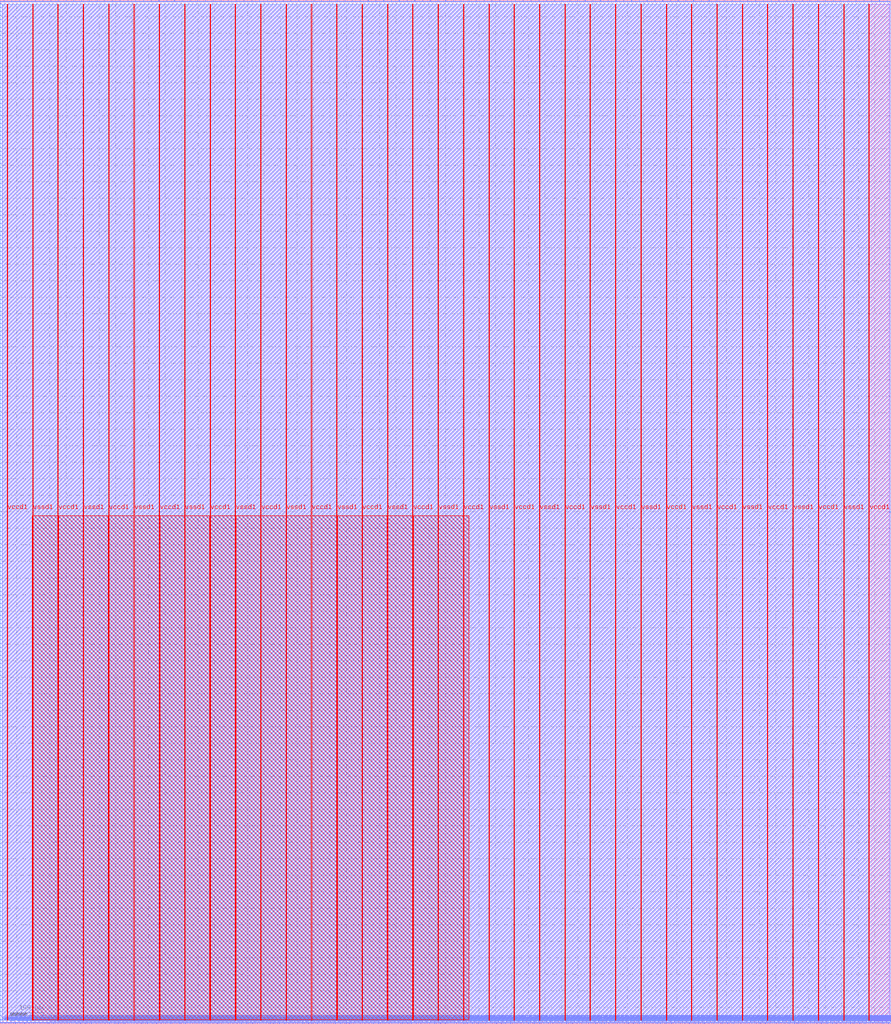
<source format=lef>
VERSION 5.7 ;
  NOWIREEXTENSIONATPIN ON ;
  DIVIDERCHAR "/" ;
  BUSBITCHARS "[]" ;
MACRO user_proj_example
  CLASS BLOCK ;
  FOREIGN user_proj_example ;
  ORIGIN 0.000 0.000 ;
  SIZE 2700.000 BY 3100.000 ;
  PIN io_in[0]
    DIRECTION INPUT ;
    USE SIGNAL ;
    PORT
      LAYER met2 ;
        RECT 11.590 3096.000 11.870 3100.000 ;
    END
  END io_in[0]
  PIN io_in[10]
    DIRECTION INPUT ;
    USE SIGNAL ;
    PORT
      LAYER met2 ;
        RECT 715.850 3096.000 716.130 3100.000 ;
    END
  END io_in[10]
  PIN io_in[11]
    DIRECTION INPUT ;
    USE SIGNAL ;
    PORT
      LAYER met2 ;
        RECT 786.230 3096.000 786.510 3100.000 ;
    END
  END io_in[11]
  PIN io_in[12]
    DIRECTION INPUT ;
    USE SIGNAL ;
    PORT
      LAYER met2 ;
        RECT 856.610 3096.000 856.890 3100.000 ;
    END
  END io_in[12]
  PIN io_in[13]
    DIRECTION INPUT ;
    USE SIGNAL ;
    PORT
      LAYER met2 ;
        RECT 926.990 3096.000 927.270 3100.000 ;
    END
  END io_in[13]
  PIN io_in[14]
    DIRECTION INPUT ;
    USE SIGNAL ;
    PORT
      LAYER met2 ;
        RECT 997.370 3096.000 997.650 3100.000 ;
    END
  END io_in[14]
  PIN io_in[15]
    DIRECTION INPUT ;
    USE SIGNAL ;
    PORT
      LAYER met2 ;
        RECT 1067.750 3096.000 1068.030 3100.000 ;
    END
  END io_in[15]
  PIN io_in[16]
    DIRECTION INPUT ;
    USE SIGNAL ;
    PORT
      LAYER met2 ;
        RECT 1138.590 3096.000 1138.870 3100.000 ;
    END
  END io_in[16]
  PIN io_in[17]
    DIRECTION INPUT ;
    USE SIGNAL ;
    PORT
      LAYER met2 ;
        RECT 1208.970 3096.000 1209.250 3100.000 ;
    END
  END io_in[17]
  PIN io_in[18]
    DIRECTION INPUT ;
    USE SIGNAL ;
    PORT
      LAYER met2 ;
        RECT 1279.350 3096.000 1279.630 3100.000 ;
    END
  END io_in[18]
  PIN io_in[19]
    DIRECTION INPUT ;
    USE SIGNAL ;
    PORT
      LAYER met2 ;
        RECT 1349.730 3096.000 1350.010 3100.000 ;
    END
  END io_in[19]
  PIN io_in[1]
    DIRECTION INPUT ;
    USE SIGNAL ;
    PORT
      LAYER met2 ;
        RECT 81.970 3096.000 82.250 3100.000 ;
    END
  END io_in[1]
  PIN io_in[20]
    DIRECTION INPUT ;
    USE SIGNAL ;
    PORT
      LAYER met2 ;
        RECT 1420.110 3096.000 1420.390 3100.000 ;
    END
  END io_in[20]
  PIN io_in[21]
    DIRECTION INPUT ;
    USE SIGNAL ;
    PORT
      LAYER met2 ;
        RECT 1490.490 3096.000 1490.770 3100.000 ;
    END
  END io_in[21]
  PIN io_in[22]
    DIRECTION INPUT ;
    USE SIGNAL ;
    PORT
      LAYER met2 ;
        RECT 1560.870 3096.000 1561.150 3100.000 ;
    END
  END io_in[22]
  PIN io_in[23]
    DIRECTION INPUT ;
    USE SIGNAL ;
    PORT
      LAYER met2 ;
        RECT 1631.710 3096.000 1631.990 3100.000 ;
    END
  END io_in[23]
  PIN io_in[24]
    DIRECTION INPUT ;
    USE SIGNAL ;
    PORT
      LAYER met2 ;
        RECT 1702.090 3096.000 1702.370 3100.000 ;
    END
  END io_in[24]
  PIN io_in[25]
    DIRECTION INPUT ;
    USE SIGNAL ;
    PORT
      LAYER met2 ;
        RECT 1772.470 3096.000 1772.750 3100.000 ;
    END
  END io_in[25]
  PIN io_in[26]
    DIRECTION INPUT ;
    USE SIGNAL ;
    PORT
      LAYER met2 ;
        RECT 1842.850 3096.000 1843.130 3100.000 ;
    END
  END io_in[26]
  PIN io_in[27]
    DIRECTION INPUT ;
    USE SIGNAL ;
    PORT
      LAYER met2 ;
        RECT 1913.230 3096.000 1913.510 3100.000 ;
    END
  END io_in[27]
  PIN io_in[28]
    DIRECTION INPUT ;
    USE SIGNAL ;
    PORT
      LAYER met2 ;
        RECT 1983.610 3096.000 1983.890 3100.000 ;
    END
  END io_in[28]
  PIN io_in[29]
    DIRECTION INPUT ;
    USE SIGNAL ;
    PORT
      LAYER met2 ;
        RECT 2053.990 3096.000 2054.270 3100.000 ;
    END
  END io_in[29]
  PIN io_in[2]
    DIRECTION INPUT ;
    USE SIGNAL ;
    PORT
      LAYER met2 ;
        RECT 152.350 3096.000 152.630 3100.000 ;
    END
  END io_in[2]
  PIN io_in[30]
    DIRECTION INPUT ;
    USE SIGNAL ;
    PORT
      LAYER met2 ;
        RECT 2124.370 3096.000 2124.650 3100.000 ;
    END
  END io_in[30]
  PIN io_in[31]
    DIRECTION INPUT ;
    USE SIGNAL ;
    PORT
      LAYER met2 ;
        RECT 2195.210 3096.000 2195.490 3100.000 ;
    END
  END io_in[31]
  PIN io_in[32]
    DIRECTION INPUT ;
    USE SIGNAL ;
    PORT
      LAYER met2 ;
        RECT 2265.590 3096.000 2265.870 3100.000 ;
    END
  END io_in[32]
  PIN io_in[33]
    DIRECTION INPUT ;
    USE SIGNAL ;
    PORT
      LAYER met2 ;
        RECT 2335.970 3096.000 2336.250 3100.000 ;
    END
  END io_in[33]
  PIN io_in[34]
    DIRECTION INPUT ;
    USE SIGNAL ;
    PORT
      LAYER met2 ;
        RECT 2406.350 3096.000 2406.630 3100.000 ;
    END
  END io_in[34]
  PIN io_in[35]
    DIRECTION INPUT ;
    USE SIGNAL ;
    PORT
      LAYER met2 ;
        RECT 2476.730 3096.000 2477.010 3100.000 ;
    END
  END io_in[35]
  PIN io_in[36]
    DIRECTION INPUT ;
    USE SIGNAL ;
    PORT
      LAYER met2 ;
        RECT 2547.110 3096.000 2547.390 3100.000 ;
    END
  END io_in[36]
  PIN io_in[37]
    DIRECTION INPUT ;
    USE SIGNAL ;
    PORT
      LAYER met2 ;
        RECT 2617.490 3096.000 2617.770 3100.000 ;
    END
  END io_in[37]
  PIN io_in[3]
    DIRECTION INPUT ;
    USE SIGNAL ;
    PORT
      LAYER met2 ;
        RECT 222.730 3096.000 223.010 3100.000 ;
    END
  END io_in[3]
  PIN io_in[4]
    DIRECTION INPUT ;
    USE SIGNAL ;
    PORT
      LAYER met2 ;
        RECT 293.110 3096.000 293.390 3100.000 ;
    END
  END io_in[4]
  PIN io_in[5]
    DIRECTION INPUT ;
    USE SIGNAL ;
    PORT
      LAYER met2 ;
        RECT 363.490 3096.000 363.770 3100.000 ;
    END
  END io_in[5]
  PIN io_in[6]
    DIRECTION INPUT ;
    USE SIGNAL ;
    PORT
      LAYER met2 ;
        RECT 433.870 3096.000 434.150 3100.000 ;
    END
  END io_in[6]
  PIN io_in[7]
    DIRECTION INPUT ;
    USE SIGNAL ;
    PORT
      LAYER met2 ;
        RECT 504.250 3096.000 504.530 3100.000 ;
    END
  END io_in[7]
  PIN io_in[8]
    DIRECTION INPUT ;
    USE SIGNAL ;
    PORT
      LAYER met2 ;
        RECT 575.090 3096.000 575.370 3100.000 ;
    END
  END io_in[8]
  PIN io_in[9]
    DIRECTION INPUT ;
    USE SIGNAL ;
    PORT
      LAYER met2 ;
        RECT 645.470 3096.000 645.750 3100.000 ;
    END
  END io_in[9]
  PIN io_oeb[0]
    DIRECTION OUTPUT TRISTATE ;
    USE SIGNAL ;
    PORT
      LAYER met2 ;
        RECT 35.050 3096.000 35.330 3100.000 ;
    END
  END io_oeb[0]
  PIN io_oeb[10]
    DIRECTION OUTPUT TRISTATE ;
    USE SIGNAL ;
    PORT
      LAYER met2 ;
        RECT 739.310 3096.000 739.590 3100.000 ;
    END
  END io_oeb[10]
  PIN io_oeb[11]
    DIRECTION OUTPUT TRISTATE ;
    USE SIGNAL ;
    PORT
      LAYER met2 ;
        RECT 809.690 3096.000 809.970 3100.000 ;
    END
  END io_oeb[11]
  PIN io_oeb[12]
    DIRECTION OUTPUT TRISTATE ;
    USE SIGNAL ;
    PORT
      LAYER met2 ;
        RECT 880.070 3096.000 880.350 3100.000 ;
    END
  END io_oeb[12]
  PIN io_oeb[13]
    DIRECTION OUTPUT TRISTATE ;
    USE SIGNAL ;
    PORT
      LAYER met2 ;
        RECT 950.450 3096.000 950.730 3100.000 ;
    END
  END io_oeb[13]
  PIN io_oeb[14]
    DIRECTION OUTPUT TRISTATE ;
    USE SIGNAL ;
    PORT
      LAYER met2 ;
        RECT 1020.830 3096.000 1021.110 3100.000 ;
    END
  END io_oeb[14]
  PIN io_oeb[15]
    DIRECTION OUTPUT TRISTATE ;
    USE SIGNAL ;
    PORT
      LAYER met2 ;
        RECT 1091.670 3096.000 1091.950 3100.000 ;
    END
  END io_oeb[15]
  PIN io_oeb[16]
    DIRECTION OUTPUT TRISTATE ;
    USE SIGNAL ;
    PORT
      LAYER met2 ;
        RECT 1162.050 3096.000 1162.330 3100.000 ;
    END
  END io_oeb[16]
  PIN io_oeb[17]
    DIRECTION OUTPUT TRISTATE ;
    USE SIGNAL ;
    PORT
      LAYER met2 ;
        RECT 1232.430 3096.000 1232.710 3100.000 ;
    END
  END io_oeb[17]
  PIN io_oeb[18]
    DIRECTION OUTPUT TRISTATE ;
    USE SIGNAL ;
    PORT
      LAYER met2 ;
        RECT 1302.810 3096.000 1303.090 3100.000 ;
    END
  END io_oeb[18]
  PIN io_oeb[19]
    DIRECTION OUTPUT TRISTATE ;
    USE SIGNAL ;
    PORT
      LAYER met2 ;
        RECT 1373.190 3096.000 1373.470 3100.000 ;
    END
  END io_oeb[19]
  PIN io_oeb[1]
    DIRECTION OUTPUT TRISTATE ;
    USE SIGNAL ;
    PORT
      LAYER met2 ;
        RECT 105.430 3096.000 105.710 3100.000 ;
    END
  END io_oeb[1]
  PIN io_oeb[20]
    DIRECTION OUTPUT TRISTATE ;
    USE SIGNAL ;
    PORT
      LAYER met2 ;
        RECT 1443.570 3096.000 1443.850 3100.000 ;
    END
  END io_oeb[20]
  PIN io_oeb[21]
    DIRECTION OUTPUT TRISTATE ;
    USE SIGNAL ;
    PORT
      LAYER met2 ;
        RECT 1513.950 3096.000 1514.230 3100.000 ;
    END
  END io_oeb[21]
  PIN io_oeb[22]
    DIRECTION OUTPUT TRISTATE ;
    USE SIGNAL ;
    PORT
      LAYER met2 ;
        RECT 1584.330 3096.000 1584.610 3100.000 ;
    END
  END io_oeb[22]
  PIN io_oeb[23]
    DIRECTION OUTPUT TRISTATE ;
    USE SIGNAL ;
    PORT
      LAYER met2 ;
        RECT 1655.170 3096.000 1655.450 3100.000 ;
    END
  END io_oeb[23]
  PIN io_oeb[24]
    DIRECTION OUTPUT TRISTATE ;
    USE SIGNAL ;
    PORT
      LAYER met2 ;
        RECT 1725.550 3096.000 1725.830 3100.000 ;
    END
  END io_oeb[24]
  PIN io_oeb[25]
    DIRECTION OUTPUT TRISTATE ;
    USE SIGNAL ;
    PORT
      LAYER met2 ;
        RECT 1795.930 3096.000 1796.210 3100.000 ;
    END
  END io_oeb[25]
  PIN io_oeb[26]
    DIRECTION OUTPUT TRISTATE ;
    USE SIGNAL ;
    PORT
      LAYER met2 ;
        RECT 1866.310 3096.000 1866.590 3100.000 ;
    END
  END io_oeb[26]
  PIN io_oeb[27]
    DIRECTION OUTPUT TRISTATE ;
    USE SIGNAL ;
    PORT
      LAYER met2 ;
        RECT 1936.690 3096.000 1936.970 3100.000 ;
    END
  END io_oeb[27]
  PIN io_oeb[28]
    DIRECTION OUTPUT TRISTATE ;
    USE SIGNAL ;
    PORT
      LAYER met2 ;
        RECT 2007.070 3096.000 2007.350 3100.000 ;
    END
  END io_oeb[28]
  PIN io_oeb[29]
    DIRECTION OUTPUT TRISTATE ;
    USE SIGNAL ;
    PORT
      LAYER met2 ;
        RECT 2077.450 3096.000 2077.730 3100.000 ;
    END
  END io_oeb[29]
  PIN io_oeb[2]
    DIRECTION OUTPUT TRISTATE ;
    USE SIGNAL ;
    PORT
      LAYER met2 ;
        RECT 175.810 3096.000 176.090 3100.000 ;
    END
  END io_oeb[2]
  PIN io_oeb[30]
    DIRECTION OUTPUT TRISTATE ;
    USE SIGNAL ;
    PORT
      LAYER met2 ;
        RECT 2147.830 3096.000 2148.110 3100.000 ;
    END
  END io_oeb[30]
  PIN io_oeb[31]
    DIRECTION OUTPUT TRISTATE ;
    USE SIGNAL ;
    PORT
      LAYER met2 ;
        RECT 2218.670 3096.000 2218.950 3100.000 ;
    END
  END io_oeb[31]
  PIN io_oeb[32]
    DIRECTION OUTPUT TRISTATE ;
    USE SIGNAL ;
    PORT
      LAYER met2 ;
        RECT 2289.050 3096.000 2289.330 3100.000 ;
    END
  END io_oeb[32]
  PIN io_oeb[33]
    DIRECTION OUTPUT TRISTATE ;
    USE SIGNAL ;
    PORT
      LAYER met2 ;
        RECT 2359.430 3096.000 2359.710 3100.000 ;
    END
  END io_oeb[33]
  PIN io_oeb[34]
    DIRECTION OUTPUT TRISTATE ;
    USE SIGNAL ;
    PORT
      LAYER met2 ;
        RECT 2429.810 3096.000 2430.090 3100.000 ;
    END
  END io_oeb[34]
  PIN io_oeb[35]
    DIRECTION OUTPUT TRISTATE ;
    USE SIGNAL ;
    PORT
      LAYER met2 ;
        RECT 2500.190 3096.000 2500.470 3100.000 ;
    END
  END io_oeb[35]
  PIN io_oeb[36]
    DIRECTION OUTPUT TRISTATE ;
    USE SIGNAL ;
    PORT
      LAYER met2 ;
        RECT 2570.570 3096.000 2570.850 3100.000 ;
    END
  END io_oeb[36]
  PIN io_oeb[37]
    DIRECTION OUTPUT TRISTATE ;
    USE SIGNAL ;
    PORT
      LAYER met2 ;
        RECT 2640.950 3096.000 2641.230 3100.000 ;
    END
  END io_oeb[37]
  PIN io_oeb[3]
    DIRECTION OUTPUT TRISTATE ;
    USE SIGNAL ;
    PORT
      LAYER met2 ;
        RECT 246.190 3096.000 246.470 3100.000 ;
    END
  END io_oeb[3]
  PIN io_oeb[4]
    DIRECTION OUTPUT TRISTATE ;
    USE SIGNAL ;
    PORT
      LAYER met2 ;
        RECT 316.570 3096.000 316.850 3100.000 ;
    END
  END io_oeb[4]
  PIN io_oeb[5]
    DIRECTION OUTPUT TRISTATE ;
    USE SIGNAL ;
    PORT
      LAYER met2 ;
        RECT 386.950 3096.000 387.230 3100.000 ;
    END
  END io_oeb[5]
  PIN io_oeb[6]
    DIRECTION OUTPUT TRISTATE ;
    USE SIGNAL ;
    PORT
      LAYER met2 ;
        RECT 457.330 3096.000 457.610 3100.000 ;
    END
  END io_oeb[6]
  PIN io_oeb[7]
    DIRECTION OUTPUT TRISTATE ;
    USE SIGNAL ;
    PORT
      LAYER met2 ;
        RECT 527.710 3096.000 527.990 3100.000 ;
    END
  END io_oeb[7]
  PIN io_oeb[8]
    DIRECTION OUTPUT TRISTATE ;
    USE SIGNAL ;
    PORT
      LAYER met2 ;
        RECT 598.550 3096.000 598.830 3100.000 ;
    END
  END io_oeb[8]
  PIN io_oeb[9]
    DIRECTION OUTPUT TRISTATE ;
    USE SIGNAL ;
    PORT
      LAYER met2 ;
        RECT 668.930 3096.000 669.210 3100.000 ;
    END
  END io_oeb[9]
  PIN io_out[0]
    DIRECTION OUTPUT TRISTATE ;
    USE SIGNAL ;
    PORT
      LAYER met2 ;
        RECT 58.510 3096.000 58.790 3100.000 ;
    END
  END io_out[0]
  PIN io_out[10]
    DIRECTION OUTPUT TRISTATE ;
    USE SIGNAL ;
    PORT
      LAYER met2 ;
        RECT 762.770 3096.000 763.050 3100.000 ;
    END
  END io_out[10]
  PIN io_out[11]
    DIRECTION OUTPUT TRISTATE ;
    USE SIGNAL ;
    PORT
      LAYER met2 ;
        RECT 833.150 3096.000 833.430 3100.000 ;
    END
  END io_out[11]
  PIN io_out[12]
    DIRECTION OUTPUT TRISTATE ;
    USE SIGNAL ;
    PORT
      LAYER met2 ;
        RECT 903.530 3096.000 903.810 3100.000 ;
    END
  END io_out[12]
  PIN io_out[13]
    DIRECTION OUTPUT TRISTATE ;
    USE SIGNAL ;
    PORT
      LAYER met2 ;
        RECT 973.910 3096.000 974.190 3100.000 ;
    END
  END io_out[13]
  PIN io_out[14]
    DIRECTION OUTPUT TRISTATE ;
    USE SIGNAL ;
    PORT
      LAYER met2 ;
        RECT 1044.290 3096.000 1044.570 3100.000 ;
    END
  END io_out[14]
  PIN io_out[15]
    DIRECTION OUTPUT TRISTATE ;
    USE SIGNAL ;
    PORT
      LAYER met2 ;
        RECT 1115.130 3096.000 1115.410 3100.000 ;
    END
  END io_out[15]
  PIN io_out[16]
    DIRECTION OUTPUT TRISTATE ;
    USE SIGNAL ;
    PORT
      LAYER met2 ;
        RECT 1185.510 3096.000 1185.790 3100.000 ;
    END
  END io_out[16]
  PIN io_out[17]
    DIRECTION OUTPUT TRISTATE ;
    USE SIGNAL ;
    PORT
      LAYER met2 ;
        RECT 1255.890 3096.000 1256.170 3100.000 ;
    END
  END io_out[17]
  PIN io_out[18]
    DIRECTION OUTPUT TRISTATE ;
    USE SIGNAL ;
    PORT
      LAYER met2 ;
        RECT 1326.270 3096.000 1326.550 3100.000 ;
    END
  END io_out[18]
  PIN io_out[19]
    DIRECTION OUTPUT TRISTATE ;
    USE SIGNAL ;
    PORT
      LAYER met2 ;
        RECT 1396.650 3096.000 1396.930 3100.000 ;
    END
  END io_out[19]
  PIN io_out[1]
    DIRECTION OUTPUT TRISTATE ;
    USE SIGNAL ;
    PORT
      LAYER met2 ;
        RECT 128.890 3096.000 129.170 3100.000 ;
    END
  END io_out[1]
  PIN io_out[20]
    DIRECTION OUTPUT TRISTATE ;
    USE SIGNAL ;
    PORT
      LAYER met2 ;
        RECT 1467.030 3096.000 1467.310 3100.000 ;
    END
  END io_out[20]
  PIN io_out[21]
    DIRECTION OUTPUT TRISTATE ;
    USE SIGNAL ;
    PORT
      LAYER met2 ;
        RECT 1537.410 3096.000 1537.690 3100.000 ;
    END
  END io_out[21]
  PIN io_out[22]
    DIRECTION OUTPUT TRISTATE ;
    USE SIGNAL ;
    PORT
      LAYER met2 ;
        RECT 1607.790 3096.000 1608.070 3100.000 ;
    END
  END io_out[22]
  PIN io_out[23]
    DIRECTION OUTPUT TRISTATE ;
    USE SIGNAL ;
    PORT
      LAYER met2 ;
        RECT 1678.630 3096.000 1678.910 3100.000 ;
    END
  END io_out[23]
  PIN io_out[24]
    DIRECTION OUTPUT TRISTATE ;
    USE SIGNAL ;
    PORT
      LAYER met2 ;
        RECT 1749.010 3096.000 1749.290 3100.000 ;
    END
  END io_out[24]
  PIN io_out[25]
    DIRECTION OUTPUT TRISTATE ;
    USE SIGNAL ;
    PORT
      LAYER met2 ;
        RECT 1819.390 3096.000 1819.670 3100.000 ;
    END
  END io_out[25]
  PIN io_out[26]
    DIRECTION OUTPUT TRISTATE ;
    USE SIGNAL ;
    PORT
      LAYER met2 ;
        RECT 1889.770 3096.000 1890.050 3100.000 ;
    END
  END io_out[26]
  PIN io_out[27]
    DIRECTION OUTPUT TRISTATE ;
    USE SIGNAL ;
    PORT
      LAYER met2 ;
        RECT 1960.150 3096.000 1960.430 3100.000 ;
    END
  END io_out[27]
  PIN io_out[28]
    DIRECTION OUTPUT TRISTATE ;
    USE SIGNAL ;
    PORT
      LAYER met2 ;
        RECT 2030.530 3096.000 2030.810 3100.000 ;
    END
  END io_out[28]
  PIN io_out[29]
    DIRECTION OUTPUT TRISTATE ;
    USE SIGNAL ;
    PORT
      LAYER met2 ;
        RECT 2100.910 3096.000 2101.190 3100.000 ;
    END
  END io_out[29]
  PIN io_out[2]
    DIRECTION OUTPUT TRISTATE ;
    USE SIGNAL ;
    PORT
      LAYER met2 ;
        RECT 199.270 3096.000 199.550 3100.000 ;
    END
  END io_out[2]
  PIN io_out[30]
    DIRECTION OUTPUT TRISTATE ;
    USE SIGNAL ;
    PORT
      LAYER met2 ;
        RECT 2171.750 3096.000 2172.030 3100.000 ;
    END
  END io_out[30]
  PIN io_out[31]
    DIRECTION OUTPUT TRISTATE ;
    USE SIGNAL ;
    PORT
      LAYER met2 ;
        RECT 2242.130 3096.000 2242.410 3100.000 ;
    END
  END io_out[31]
  PIN io_out[32]
    DIRECTION OUTPUT TRISTATE ;
    USE SIGNAL ;
    PORT
      LAYER met2 ;
        RECT 2312.510 3096.000 2312.790 3100.000 ;
    END
  END io_out[32]
  PIN io_out[33]
    DIRECTION OUTPUT TRISTATE ;
    USE SIGNAL ;
    PORT
      LAYER met2 ;
        RECT 2382.890 3096.000 2383.170 3100.000 ;
    END
  END io_out[33]
  PIN io_out[34]
    DIRECTION OUTPUT TRISTATE ;
    USE SIGNAL ;
    PORT
      LAYER met2 ;
        RECT 2453.270 3096.000 2453.550 3100.000 ;
    END
  END io_out[34]
  PIN io_out[35]
    DIRECTION OUTPUT TRISTATE ;
    USE SIGNAL ;
    PORT
      LAYER met2 ;
        RECT 2523.650 3096.000 2523.930 3100.000 ;
    END
  END io_out[35]
  PIN io_out[36]
    DIRECTION OUTPUT TRISTATE ;
    USE SIGNAL ;
    PORT
      LAYER met2 ;
        RECT 2594.030 3096.000 2594.310 3100.000 ;
    END
  END io_out[36]
  PIN io_out[37]
    DIRECTION OUTPUT TRISTATE ;
    USE SIGNAL ;
    PORT
      LAYER met2 ;
        RECT 2664.410 3096.000 2664.690 3100.000 ;
    END
  END io_out[37]
  PIN io_out[3]
    DIRECTION OUTPUT TRISTATE ;
    USE SIGNAL ;
    PORT
      LAYER met2 ;
        RECT 269.650 3096.000 269.930 3100.000 ;
    END
  END io_out[3]
  PIN io_out[4]
    DIRECTION OUTPUT TRISTATE ;
    USE SIGNAL ;
    PORT
      LAYER met2 ;
        RECT 340.030 3096.000 340.310 3100.000 ;
    END
  END io_out[4]
  PIN io_out[5]
    DIRECTION OUTPUT TRISTATE ;
    USE SIGNAL ;
    PORT
      LAYER met2 ;
        RECT 410.410 3096.000 410.690 3100.000 ;
    END
  END io_out[5]
  PIN io_out[6]
    DIRECTION OUTPUT TRISTATE ;
    USE SIGNAL ;
    PORT
      LAYER met2 ;
        RECT 480.790 3096.000 481.070 3100.000 ;
    END
  END io_out[6]
  PIN io_out[7]
    DIRECTION OUTPUT TRISTATE ;
    USE SIGNAL ;
    PORT
      LAYER met2 ;
        RECT 551.630 3096.000 551.910 3100.000 ;
    END
  END io_out[7]
  PIN io_out[8]
    DIRECTION OUTPUT TRISTATE ;
    USE SIGNAL ;
    PORT
      LAYER met2 ;
        RECT 622.010 3096.000 622.290 3100.000 ;
    END
  END io_out[8]
  PIN io_out[9]
    DIRECTION OUTPUT TRISTATE ;
    USE SIGNAL ;
    PORT
      LAYER met2 ;
        RECT 692.390 3096.000 692.670 3100.000 ;
    END
  END io_out[9]
  PIN irq[0]
    DIRECTION OUTPUT TRISTATE ;
    USE SIGNAL ;
    PORT
      LAYER met2 ;
        RECT 2686.030 0.000 2686.310 4.000 ;
    END
  END irq[0]
  PIN irq[1]
    DIRECTION OUTPUT TRISTATE ;
    USE SIGNAL ;
    PORT
      LAYER met2 ;
        RECT 2691.550 0.000 2691.830 4.000 ;
    END
  END irq[1]
  PIN irq[2]
    DIRECTION OUTPUT TRISTATE ;
    USE SIGNAL ;
    PORT
      LAYER met2 ;
        RECT 2697.070 0.000 2697.350 4.000 ;
    END
  END irq[2]
  PIN la_data_in[0]
    DIRECTION INPUT ;
    USE SIGNAL ;
    PORT
      LAYER met2 ;
        RECT 582.910 0.000 583.190 4.000 ;
    END
  END la_data_in[0]
  PIN la_data_in[100]
    DIRECTION INPUT ;
    USE SIGNAL ;
    PORT
      LAYER met2 ;
        RECT 2226.030 0.000 2226.310 4.000 ;
    END
  END la_data_in[100]
  PIN la_data_in[101]
    DIRECTION INPUT ;
    USE SIGNAL ;
    PORT
      LAYER met2 ;
        RECT 2242.130 0.000 2242.410 4.000 ;
    END
  END la_data_in[101]
  PIN la_data_in[102]
    DIRECTION INPUT ;
    USE SIGNAL ;
    PORT
      LAYER met2 ;
        RECT 2258.690 0.000 2258.970 4.000 ;
    END
  END la_data_in[102]
  PIN la_data_in[103]
    DIRECTION INPUT ;
    USE SIGNAL ;
    PORT
      LAYER met2 ;
        RECT 2275.250 0.000 2275.530 4.000 ;
    END
  END la_data_in[103]
  PIN la_data_in[104]
    DIRECTION INPUT ;
    USE SIGNAL ;
    PORT
      LAYER met2 ;
        RECT 2291.350 0.000 2291.630 4.000 ;
    END
  END la_data_in[104]
  PIN la_data_in[105]
    DIRECTION INPUT ;
    USE SIGNAL ;
    PORT
      LAYER met2 ;
        RECT 2307.910 0.000 2308.190 4.000 ;
    END
  END la_data_in[105]
  PIN la_data_in[106]
    DIRECTION INPUT ;
    USE SIGNAL ;
    PORT
      LAYER met2 ;
        RECT 2324.470 0.000 2324.750 4.000 ;
    END
  END la_data_in[106]
  PIN la_data_in[107]
    DIRECTION INPUT ;
    USE SIGNAL ;
    PORT
      LAYER met2 ;
        RECT 2341.030 0.000 2341.310 4.000 ;
    END
  END la_data_in[107]
  PIN la_data_in[108]
    DIRECTION INPUT ;
    USE SIGNAL ;
    PORT
      LAYER met2 ;
        RECT 2357.130 0.000 2357.410 4.000 ;
    END
  END la_data_in[108]
  PIN la_data_in[109]
    DIRECTION INPUT ;
    USE SIGNAL ;
    PORT
      LAYER met2 ;
        RECT 2373.690 0.000 2373.970 4.000 ;
    END
  END la_data_in[109]
  PIN la_data_in[10]
    DIRECTION INPUT ;
    USE SIGNAL ;
    PORT
      LAYER met2 ;
        RECT 747.130 0.000 747.410 4.000 ;
    END
  END la_data_in[10]
  PIN la_data_in[110]
    DIRECTION INPUT ;
    USE SIGNAL ;
    PORT
      LAYER met2 ;
        RECT 2390.250 0.000 2390.530 4.000 ;
    END
  END la_data_in[110]
  PIN la_data_in[111]
    DIRECTION INPUT ;
    USE SIGNAL ;
    PORT
      LAYER met2 ;
        RECT 2406.810 0.000 2407.090 4.000 ;
    END
  END la_data_in[111]
  PIN la_data_in[112]
    DIRECTION INPUT ;
    USE SIGNAL ;
    PORT
      LAYER met2 ;
        RECT 2422.910 0.000 2423.190 4.000 ;
    END
  END la_data_in[112]
  PIN la_data_in[113]
    DIRECTION INPUT ;
    USE SIGNAL ;
    PORT
      LAYER met2 ;
        RECT 2439.470 0.000 2439.750 4.000 ;
    END
  END la_data_in[113]
  PIN la_data_in[114]
    DIRECTION INPUT ;
    USE SIGNAL ;
    PORT
      LAYER met2 ;
        RECT 2456.030 0.000 2456.310 4.000 ;
    END
  END la_data_in[114]
  PIN la_data_in[115]
    DIRECTION INPUT ;
    USE SIGNAL ;
    PORT
      LAYER met2 ;
        RECT 2472.130 0.000 2472.410 4.000 ;
    END
  END la_data_in[115]
  PIN la_data_in[116]
    DIRECTION INPUT ;
    USE SIGNAL ;
    PORT
      LAYER met2 ;
        RECT 2488.690 0.000 2488.970 4.000 ;
    END
  END la_data_in[116]
  PIN la_data_in[117]
    DIRECTION INPUT ;
    USE SIGNAL ;
    PORT
      LAYER met2 ;
        RECT 2505.250 0.000 2505.530 4.000 ;
    END
  END la_data_in[117]
  PIN la_data_in[118]
    DIRECTION INPUT ;
    USE SIGNAL ;
    PORT
      LAYER met2 ;
        RECT 2521.810 0.000 2522.090 4.000 ;
    END
  END la_data_in[118]
  PIN la_data_in[119]
    DIRECTION INPUT ;
    USE SIGNAL ;
    PORT
      LAYER met2 ;
        RECT 2537.910 0.000 2538.190 4.000 ;
    END
  END la_data_in[119]
  PIN la_data_in[11]
    DIRECTION INPUT ;
    USE SIGNAL ;
    PORT
      LAYER met2 ;
        RECT 763.690 0.000 763.970 4.000 ;
    END
  END la_data_in[11]
  PIN la_data_in[120]
    DIRECTION INPUT ;
    USE SIGNAL ;
    PORT
      LAYER met2 ;
        RECT 2554.470 0.000 2554.750 4.000 ;
    END
  END la_data_in[120]
  PIN la_data_in[121]
    DIRECTION INPUT ;
    USE SIGNAL ;
    PORT
      LAYER met2 ;
        RECT 2571.030 0.000 2571.310 4.000 ;
    END
  END la_data_in[121]
  PIN la_data_in[122]
    DIRECTION INPUT ;
    USE SIGNAL ;
    PORT
      LAYER met2 ;
        RECT 2587.130 0.000 2587.410 4.000 ;
    END
  END la_data_in[122]
  PIN la_data_in[123]
    DIRECTION INPUT ;
    USE SIGNAL ;
    PORT
      LAYER met2 ;
        RECT 2603.690 0.000 2603.970 4.000 ;
    END
  END la_data_in[123]
  PIN la_data_in[124]
    DIRECTION INPUT ;
    USE SIGNAL ;
    PORT
      LAYER met2 ;
        RECT 2620.250 0.000 2620.530 4.000 ;
    END
  END la_data_in[124]
  PIN la_data_in[125]
    DIRECTION INPUT ;
    USE SIGNAL ;
    PORT
      LAYER met2 ;
        RECT 2636.810 0.000 2637.090 4.000 ;
    END
  END la_data_in[125]
  PIN la_data_in[126]
    DIRECTION INPUT ;
    USE SIGNAL ;
    PORT
      LAYER met2 ;
        RECT 2652.910 0.000 2653.190 4.000 ;
    END
  END la_data_in[126]
  PIN la_data_in[127]
    DIRECTION INPUT ;
    USE SIGNAL ;
    PORT
      LAYER met2 ;
        RECT 2669.470 0.000 2669.750 4.000 ;
    END
  END la_data_in[127]
  PIN la_data_in[12]
    DIRECTION INPUT ;
    USE SIGNAL ;
    PORT
      LAYER met2 ;
        RECT 779.790 0.000 780.070 4.000 ;
    END
  END la_data_in[12]
  PIN la_data_in[13]
    DIRECTION INPUT ;
    USE SIGNAL ;
    PORT
      LAYER met2 ;
        RECT 796.350 0.000 796.630 4.000 ;
    END
  END la_data_in[13]
  PIN la_data_in[14]
    DIRECTION INPUT ;
    USE SIGNAL ;
    PORT
      LAYER met2 ;
        RECT 812.910 0.000 813.190 4.000 ;
    END
  END la_data_in[14]
  PIN la_data_in[15]
    DIRECTION INPUT ;
    USE SIGNAL ;
    PORT
      LAYER met2 ;
        RECT 829.010 0.000 829.290 4.000 ;
    END
  END la_data_in[15]
  PIN la_data_in[16]
    DIRECTION INPUT ;
    USE SIGNAL ;
    PORT
      LAYER met2 ;
        RECT 845.570 0.000 845.850 4.000 ;
    END
  END la_data_in[16]
  PIN la_data_in[17]
    DIRECTION INPUT ;
    USE SIGNAL ;
    PORT
      LAYER met2 ;
        RECT 862.130 0.000 862.410 4.000 ;
    END
  END la_data_in[17]
  PIN la_data_in[18]
    DIRECTION INPUT ;
    USE SIGNAL ;
    PORT
      LAYER met2 ;
        RECT 878.690 0.000 878.970 4.000 ;
    END
  END la_data_in[18]
  PIN la_data_in[19]
    DIRECTION INPUT ;
    USE SIGNAL ;
    PORT
      LAYER met2 ;
        RECT 894.790 0.000 895.070 4.000 ;
    END
  END la_data_in[19]
  PIN la_data_in[1]
    DIRECTION INPUT ;
    USE SIGNAL ;
    PORT
      LAYER met2 ;
        RECT 599.010 0.000 599.290 4.000 ;
    END
  END la_data_in[1]
  PIN la_data_in[20]
    DIRECTION INPUT ;
    USE SIGNAL ;
    PORT
      LAYER met2 ;
        RECT 911.350 0.000 911.630 4.000 ;
    END
  END la_data_in[20]
  PIN la_data_in[21]
    DIRECTION INPUT ;
    USE SIGNAL ;
    PORT
      LAYER met2 ;
        RECT 927.910 0.000 928.190 4.000 ;
    END
  END la_data_in[21]
  PIN la_data_in[22]
    DIRECTION INPUT ;
    USE SIGNAL ;
    PORT
      LAYER met2 ;
        RECT 944.010 0.000 944.290 4.000 ;
    END
  END la_data_in[22]
  PIN la_data_in[23]
    DIRECTION INPUT ;
    USE SIGNAL ;
    PORT
      LAYER met2 ;
        RECT 960.570 0.000 960.850 4.000 ;
    END
  END la_data_in[23]
  PIN la_data_in[24]
    DIRECTION INPUT ;
    USE SIGNAL ;
    PORT
      LAYER met2 ;
        RECT 977.130 0.000 977.410 4.000 ;
    END
  END la_data_in[24]
  PIN la_data_in[25]
    DIRECTION INPUT ;
    USE SIGNAL ;
    PORT
      LAYER met2 ;
        RECT 993.690 0.000 993.970 4.000 ;
    END
  END la_data_in[25]
  PIN la_data_in[26]
    DIRECTION INPUT ;
    USE SIGNAL ;
    PORT
      LAYER met2 ;
        RECT 1009.790 0.000 1010.070 4.000 ;
    END
  END la_data_in[26]
  PIN la_data_in[27]
    DIRECTION INPUT ;
    USE SIGNAL ;
    PORT
      LAYER met2 ;
        RECT 1026.350 0.000 1026.630 4.000 ;
    END
  END la_data_in[27]
  PIN la_data_in[28]
    DIRECTION INPUT ;
    USE SIGNAL ;
    PORT
      LAYER met2 ;
        RECT 1042.910 0.000 1043.190 4.000 ;
    END
  END la_data_in[28]
  PIN la_data_in[29]
    DIRECTION INPUT ;
    USE SIGNAL ;
    PORT
      LAYER met2 ;
        RECT 1059.010 0.000 1059.290 4.000 ;
    END
  END la_data_in[29]
  PIN la_data_in[2]
    DIRECTION INPUT ;
    USE SIGNAL ;
    PORT
      LAYER met2 ;
        RECT 615.570 0.000 615.850 4.000 ;
    END
  END la_data_in[2]
  PIN la_data_in[30]
    DIRECTION INPUT ;
    USE SIGNAL ;
    PORT
      LAYER met2 ;
        RECT 1075.570 0.000 1075.850 4.000 ;
    END
  END la_data_in[30]
  PIN la_data_in[31]
    DIRECTION INPUT ;
    USE SIGNAL ;
    PORT
      LAYER met2 ;
        RECT 1092.130 0.000 1092.410 4.000 ;
    END
  END la_data_in[31]
  PIN la_data_in[32]
    DIRECTION INPUT ;
    USE SIGNAL ;
    PORT
      LAYER met2 ;
        RECT 1108.690 0.000 1108.970 4.000 ;
    END
  END la_data_in[32]
  PIN la_data_in[33]
    DIRECTION INPUT ;
    USE SIGNAL ;
    PORT
      LAYER met2 ;
        RECT 1124.790 0.000 1125.070 4.000 ;
    END
  END la_data_in[33]
  PIN la_data_in[34]
    DIRECTION INPUT ;
    USE SIGNAL ;
    PORT
      LAYER met2 ;
        RECT 1141.350 0.000 1141.630 4.000 ;
    END
  END la_data_in[34]
  PIN la_data_in[35]
    DIRECTION INPUT ;
    USE SIGNAL ;
    PORT
      LAYER met2 ;
        RECT 1157.910 0.000 1158.190 4.000 ;
    END
  END la_data_in[35]
  PIN la_data_in[36]
    DIRECTION INPUT ;
    USE SIGNAL ;
    PORT
      LAYER met2 ;
        RECT 1174.470 0.000 1174.750 4.000 ;
    END
  END la_data_in[36]
  PIN la_data_in[37]
    DIRECTION INPUT ;
    USE SIGNAL ;
    PORT
      LAYER met2 ;
        RECT 1190.570 0.000 1190.850 4.000 ;
    END
  END la_data_in[37]
  PIN la_data_in[38]
    DIRECTION INPUT ;
    USE SIGNAL ;
    PORT
      LAYER met2 ;
        RECT 1207.130 0.000 1207.410 4.000 ;
    END
  END la_data_in[38]
  PIN la_data_in[39]
    DIRECTION INPUT ;
    USE SIGNAL ;
    PORT
      LAYER met2 ;
        RECT 1223.690 0.000 1223.970 4.000 ;
    END
  END la_data_in[39]
  PIN la_data_in[3]
    DIRECTION INPUT ;
    USE SIGNAL ;
    PORT
      LAYER met2 ;
        RECT 632.130 0.000 632.410 4.000 ;
    END
  END la_data_in[3]
  PIN la_data_in[40]
    DIRECTION INPUT ;
    USE SIGNAL ;
    PORT
      LAYER met2 ;
        RECT 1239.790 0.000 1240.070 4.000 ;
    END
  END la_data_in[40]
  PIN la_data_in[41]
    DIRECTION INPUT ;
    USE SIGNAL ;
    PORT
      LAYER met2 ;
        RECT 1256.350 0.000 1256.630 4.000 ;
    END
  END la_data_in[41]
  PIN la_data_in[42]
    DIRECTION INPUT ;
    USE SIGNAL ;
    PORT
      LAYER met2 ;
        RECT 1272.910 0.000 1273.190 4.000 ;
    END
  END la_data_in[42]
  PIN la_data_in[43]
    DIRECTION INPUT ;
    USE SIGNAL ;
    PORT
      LAYER met2 ;
        RECT 1289.470 0.000 1289.750 4.000 ;
    END
  END la_data_in[43]
  PIN la_data_in[44]
    DIRECTION INPUT ;
    USE SIGNAL ;
    PORT
      LAYER met2 ;
        RECT 1305.570 0.000 1305.850 4.000 ;
    END
  END la_data_in[44]
  PIN la_data_in[45]
    DIRECTION INPUT ;
    USE SIGNAL ;
    PORT
      LAYER met2 ;
        RECT 1322.130 0.000 1322.410 4.000 ;
    END
  END la_data_in[45]
  PIN la_data_in[46]
    DIRECTION INPUT ;
    USE SIGNAL ;
    PORT
      LAYER met2 ;
        RECT 1338.690 0.000 1338.970 4.000 ;
    END
  END la_data_in[46]
  PIN la_data_in[47]
    DIRECTION INPUT ;
    USE SIGNAL ;
    PORT
      LAYER met2 ;
        RECT 1354.790 0.000 1355.070 4.000 ;
    END
  END la_data_in[47]
  PIN la_data_in[48]
    DIRECTION INPUT ;
    USE SIGNAL ;
    PORT
      LAYER met2 ;
        RECT 1371.350 0.000 1371.630 4.000 ;
    END
  END la_data_in[48]
  PIN la_data_in[49]
    DIRECTION INPUT ;
    USE SIGNAL ;
    PORT
      LAYER met2 ;
        RECT 1387.910 0.000 1388.190 4.000 ;
    END
  END la_data_in[49]
  PIN la_data_in[4]
    DIRECTION INPUT ;
    USE SIGNAL ;
    PORT
      LAYER met2 ;
        RECT 648.230 0.000 648.510 4.000 ;
    END
  END la_data_in[4]
  PIN la_data_in[50]
    DIRECTION INPUT ;
    USE SIGNAL ;
    PORT
      LAYER met2 ;
        RECT 1404.470 0.000 1404.750 4.000 ;
    END
  END la_data_in[50]
  PIN la_data_in[51]
    DIRECTION INPUT ;
    USE SIGNAL ;
    PORT
      LAYER met2 ;
        RECT 1420.570 0.000 1420.850 4.000 ;
    END
  END la_data_in[51]
  PIN la_data_in[52]
    DIRECTION INPUT ;
    USE SIGNAL ;
    PORT
      LAYER met2 ;
        RECT 1437.130 0.000 1437.410 4.000 ;
    END
  END la_data_in[52]
  PIN la_data_in[53]
    DIRECTION INPUT ;
    USE SIGNAL ;
    PORT
      LAYER met2 ;
        RECT 1453.690 0.000 1453.970 4.000 ;
    END
  END la_data_in[53]
  PIN la_data_in[54]
    DIRECTION INPUT ;
    USE SIGNAL ;
    PORT
      LAYER met2 ;
        RECT 1469.790 0.000 1470.070 4.000 ;
    END
  END la_data_in[54]
  PIN la_data_in[55]
    DIRECTION INPUT ;
    USE SIGNAL ;
    PORT
      LAYER met2 ;
        RECT 1486.350 0.000 1486.630 4.000 ;
    END
  END la_data_in[55]
  PIN la_data_in[56]
    DIRECTION INPUT ;
    USE SIGNAL ;
    PORT
      LAYER met2 ;
        RECT 1502.910 0.000 1503.190 4.000 ;
    END
  END la_data_in[56]
  PIN la_data_in[57]
    DIRECTION INPUT ;
    USE SIGNAL ;
    PORT
      LAYER met2 ;
        RECT 1519.470 0.000 1519.750 4.000 ;
    END
  END la_data_in[57]
  PIN la_data_in[58]
    DIRECTION INPUT ;
    USE SIGNAL ;
    PORT
      LAYER met2 ;
        RECT 1535.570 0.000 1535.850 4.000 ;
    END
  END la_data_in[58]
  PIN la_data_in[59]
    DIRECTION INPUT ;
    USE SIGNAL ;
    PORT
      LAYER met2 ;
        RECT 1552.130 0.000 1552.410 4.000 ;
    END
  END la_data_in[59]
  PIN la_data_in[5]
    DIRECTION INPUT ;
    USE SIGNAL ;
    PORT
      LAYER met2 ;
        RECT 664.790 0.000 665.070 4.000 ;
    END
  END la_data_in[5]
  PIN la_data_in[60]
    DIRECTION INPUT ;
    USE SIGNAL ;
    PORT
      LAYER met2 ;
        RECT 1568.690 0.000 1568.970 4.000 ;
    END
  END la_data_in[60]
  PIN la_data_in[61]
    DIRECTION INPUT ;
    USE SIGNAL ;
    PORT
      LAYER met2 ;
        RECT 1585.250 0.000 1585.530 4.000 ;
    END
  END la_data_in[61]
  PIN la_data_in[62]
    DIRECTION INPUT ;
    USE SIGNAL ;
    PORT
      LAYER met2 ;
        RECT 1601.350 0.000 1601.630 4.000 ;
    END
  END la_data_in[62]
  PIN la_data_in[63]
    DIRECTION INPUT ;
    USE SIGNAL ;
    PORT
      LAYER met2 ;
        RECT 1617.910 0.000 1618.190 4.000 ;
    END
  END la_data_in[63]
  PIN la_data_in[64]
    DIRECTION INPUT ;
    USE SIGNAL ;
    PORT
      LAYER met2 ;
        RECT 1634.470 0.000 1634.750 4.000 ;
    END
  END la_data_in[64]
  PIN la_data_in[65]
    DIRECTION INPUT ;
    USE SIGNAL ;
    PORT
      LAYER met2 ;
        RECT 1650.570 0.000 1650.850 4.000 ;
    END
  END la_data_in[65]
  PIN la_data_in[66]
    DIRECTION INPUT ;
    USE SIGNAL ;
    PORT
      LAYER met2 ;
        RECT 1667.130 0.000 1667.410 4.000 ;
    END
  END la_data_in[66]
  PIN la_data_in[67]
    DIRECTION INPUT ;
    USE SIGNAL ;
    PORT
      LAYER met2 ;
        RECT 1683.690 0.000 1683.970 4.000 ;
    END
  END la_data_in[67]
  PIN la_data_in[68]
    DIRECTION INPUT ;
    USE SIGNAL ;
    PORT
      LAYER met2 ;
        RECT 1700.250 0.000 1700.530 4.000 ;
    END
  END la_data_in[68]
  PIN la_data_in[69]
    DIRECTION INPUT ;
    USE SIGNAL ;
    PORT
      LAYER met2 ;
        RECT 1716.350 0.000 1716.630 4.000 ;
    END
  END la_data_in[69]
  PIN la_data_in[6]
    DIRECTION INPUT ;
    USE SIGNAL ;
    PORT
      LAYER met2 ;
        RECT 681.350 0.000 681.630 4.000 ;
    END
  END la_data_in[6]
  PIN la_data_in[70]
    DIRECTION INPUT ;
    USE SIGNAL ;
    PORT
      LAYER met2 ;
        RECT 1732.910 0.000 1733.190 4.000 ;
    END
  END la_data_in[70]
  PIN la_data_in[71]
    DIRECTION INPUT ;
    USE SIGNAL ;
    PORT
      LAYER met2 ;
        RECT 1749.470 0.000 1749.750 4.000 ;
    END
  END la_data_in[71]
  PIN la_data_in[72]
    DIRECTION INPUT ;
    USE SIGNAL ;
    PORT
      LAYER met2 ;
        RECT 1765.570 0.000 1765.850 4.000 ;
    END
  END la_data_in[72]
  PIN la_data_in[73]
    DIRECTION INPUT ;
    USE SIGNAL ;
    PORT
      LAYER met2 ;
        RECT 1782.130 0.000 1782.410 4.000 ;
    END
  END la_data_in[73]
  PIN la_data_in[74]
    DIRECTION INPUT ;
    USE SIGNAL ;
    PORT
      LAYER met2 ;
        RECT 1798.690 0.000 1798.970 4.000 ;
    END
  END la_data_in[74]
  PIN la_data_in[75]
    DIRECTION INPUT ;
    USE SIGNAL ;
    PORT
      LAYER met2 ;
        RECT 1815.250 0.000 1815.530 4.000 ;
    END
  END la_data_in[75]
  PIN la_data_in[76]
    DIRECTION INPUT ;
    USE SIGNAL ;
    PORT
      LAYER met2 ;
        RECT 1831.350 0.000 1831.630 4.000 ;
    END
  END la_data_in[76]
  PIN la_data_in[77]
    DIRECTION INPUT ;
    USE SIGNAL ;
    PORT
      LAYER met2 ;
        RECT 1847.910 0.000 1848.190 4.000 ;
    END
  END la_data_in[77]
  PIN la_data_in[78]
    DIRECTION INPUT ;
    USE SIGNAL ;
    PORT
      LAYER met2 ;
        RECT 1864.470 0.000 1864.750 4.000 ;
    END
  END la_data_in[78]
  PIN la_data_in[79]
    DIRECTION INPUT ;
    USE SIGNAL ;
    PORT
      LAYER met2 ;
        RECT 1880.570 0.000 1880.850 4.000 ;
    END
  END la_data_in[79]
  PIN la_data_in[7]
    DIRECTION INPUT ;
    USE SIGNAL ;
    PORT
      LAYER met2 ;
        RECT 697.910 0.000 698.190 4.000 ;
    END
  END la_data_in[7]
  PIN la_data_in[80]
    DIRECTION INPUT ;
    USE SIGNAL ;
    PORT
      LAYER met2 ;
        RECT 1897.130 0.000 1897.410 4.000 ;
    END
  END la_data_in[80]
  PIN la_data_in[81]
    DIRECTION INPUT ;
    USE SIGNAL ;
    PORT
      LAYER met2 ;
        RECT 1913.690 0.000 1913.970 4.000 ;
    END
  END la_data_in[81]
  PIN la_data_in[82]
    DIRECTION INPUT ;
    USE SIGNAL ;
    PORT
      LAYER met2 ;
        RECT 1930.250 0.000 1930.530 4.000 ;
    END
  END la_data_in[82]
  PIN la_data_in[83]
    DIRECTION INPUT ;
    USE SIGNAL ;
    PORT
      LAYER met2 ;
        RECT 1946.350 0.000 1946.630 4.000 ;
    END
  END la_data_in[83]
  PIN la_data_in[84]
    DIRECTION INPUT ;
    USE SIGNAL ;
    PORT
      LAYER met2 ;
        RECT 1962.910 0.000 1963.190 4.000 ;
    END
  END la_data_in[84]
  PIN la_data_in[85]
    DIRECTION INPUT ;
    USE SIGNAL ;
    PORT
      LAYER met2 ;
        RECT 1979.470 0.000 1979.750 4.000 ;
    END
  END la_data_in[85]
  PIN la_data_in[86]
    DIRECTION INPUT ;
    USE SIGNAL ;
    PORT
      LAYER met2 ;
        RECT 1996.030 0.000 1996.310 4.000 ;
    END
  END la_data_in[86]
  PIN la_data_in[87]
    DIRECTION INPUT ;
    USE SIGNAL ;
    PORT
      LAYER met2 ;
        RECT 2012.130 0.000 2012.410 4.000 ;
    END
  END la_data_in[87]
  PIN la_data_in[88]
    DIRECTION INPUT ;
    USE SIGNAL ;
    PORT
      LAYER met2 ;
        RECT 2028.690 0.000 2028.970 4.000 ;
    END
  END la_data_in[88]
  PIN la_data_in[89]
    DIRECTION INPUT ;
    USE SIGNAL ;
    PORT
      LAYER met2 ;
        RECT 2045.250 0.000 2045.530 4.000 ;
    END
  END la_data_in[89]
  PIN la_data_in[8]
    DIRECTION INPUT ;
    USE SIGNAL ;
    PORT
      LAYER met2 ;
        RECT 714.010 0.000 714.290 4.000 ;
    END
  END la_data_in[8]
  PIN la_data_in[90]
    DIRECTION INPUT ;
    USE SIGNAL ;
    PORT
      LAYER met2 ;
        RECT 2061.350 0.000 2061.630 4.000 ;
    END
  END la_data_in[90]
  PIN la_data_in[91]
    DIRECTION INPUT ;
    USE SIGNAL ;
    PORT
      LAYER met2 ;
        RECT 2077.910 0.000 2078.190 4.000 ;
    END
  END la_data_in[91]
  PIN la_data_in[92]
    DIRECTION INPUT ;
    USE SIGNAL ;
    PORT
      LAYER met2 ;
        RECT 2094.470 0.000 2094.750 4.000 ;
    END
  END la_data_in[92]
  PIN la_data_in[93]
    DIRECTION INPUT ;
    USE SIGNAL ;
    PORT
      LAYER met2 ;
        RECT 2111.030 0.000 2111.310 4.000 ;
    END
  END la_data_in[93]
  PIN la_data_in[94]
    DIRECTION INPUT ;
    USE SIGNAL ;
    PORT
      LAYER met2 ;
        RECT 2127.130 0.000 2127.410 4.000 ;
    END
  END la_data_in[94]
  PIN la_data_in[95]
    DIRECTION INPUT ;
    USE SIGNAL ;
    PORT
      LAYER met2 ;
        RECT 2143.690 0.000 2143.970 4.000 ;
    END
  END la_data_in[95]
  PIN la_data_in[96]
    DIRECTION INPUT ;
    USE SIGNAL ;
    PORT
      LAYER met2 ;
        RECT 2160.250 0.000 2160.530 4.000 ;
    END
  END la_data_in[96]
  PIN la_data_in[97]
    DIRECTION INPUT ;
    USE SIGNAL ;
    PORT
      LAYER met2 ;
        RECT 2176.350 0.000 2176.630 4.000 ;
    END
  END la_data_in[97]
  PIN la_data_in[98]
    DIRECTION INPUT ;
    USE SIGNAL ;
    PORT
      LAYER met2 ;
        RECT 2192.910 0.000 2193.190 4.000 ;
    END
  END la_data_in[98]
  PIN la_data_in[99]
    DIRECTION INPUT ;
    USE SIGNAL ;
    PORT
      LAYER met2 ;
        RECT 2209.470 0.000 2209.750 4.000 ;
    END
  END la_data_in[99]
  PIN la_data_in[9]
    DIRECTION INPUT ;
    USE SIGNAL ;
    PORT
      LAYER met2 ;
        RECT 730.570 0.000 730.850 4.000 ;
    END
  END la_data_in[9]
  PIN la_data_out[0]
    DIRECTION OUTPUT TRISTATE ;
    USE SIGNAL ;
    PORT
      LAYER met2 ;
        RECT 588.430 0.000 588.710 4.000 ;
    END
  END la_data_out[0]
  PIN la_data_out[100]
    DIRECTION OUTPUT TRISTATE ;
    USE SIGNAL ;
    PORT
      LAYER met2 ;
        RECT 2231.550 0.000 2231.830 4.000 ;
    END
  END la_data_out[100]
  PIN la_data_out[101]
    DIRECTION OUTPUT TRISTATE ;
    USE SIGNAL ;
    PORT
      LAYER met2 ;
        RECT 2247.650 0.000 2247.930 4.000 ;
    END
  END la_data_out[101]
  PIN la_data_out[102]
    DIRECTION OUTPUT TRISTATE ;
    USE SIGNAL ;
    PORT
      LAYER met2 ;
        RECT 2264.210 0.000 2264.490 4.000 ;
    END
  END la_data_out[102]
  PIN la_data_out[103]
    DIRECTION OUTPUT TRISTATE ;
    USE SIGNAL ;
    PORT
      LAYER met2 ;
        RECT 2280.770 0.000 2281.050 4.000 ;
    END
  END la_data_out[103]
  PIN la_data_out[104]
    DIRECTION OUTPUT TRISTATE ;
    USE SIGNAL ;
    PORT
      LAYER met2 ;
        RECT 2296.870 0.000 2297.150 4.000 ;
    END
  END la_data_out[104]
  PIN la_data_out[105]
    DIRECTION OUTPUT TRISTATE ;
    USE SIGNAL ;
    PORT
      LAYER met2 ;
        RECT 2313.430 0.000 2313.710 4.000 ;
    END
  END la_data_out[105]
  PIN la_data_out[106]
    DIRECTION OUTPUT TRISTATE ;
    USE SIGNAL ;
    PORT
      LAYER met2 ;
        RECT 2329.990 0.000 2330.270 4.000 ;
    END
  END la_data_out[106]
  PIN la_data_out[107]
    DIRECTION OUTPUT TRISTATE ;
    USE SIGNAL ;
    PORT
      LAYER met2 ;
        RECT 2346.550 0.000 2346.830 4.000 ;
    END
  END la_data_out[107]
  PIN la_data_out[108]
    DIRECTION OUTPUT TRISTATE ;
    USE SIGNAL ;
    PORT
      LAYER met2 ;
        RECT 2362.650 0.000 2362.930 4.000 ;
    END
  END la_data_out[108]
  PIN la_data_out[109]
    DIRECTION OUTPUT TRISTATE ;
    USE SIGNAL ;
    PORT
      LAYER met2 ;
        RECT 2379.210 0.000 2379.490 4.000 ;
    END
  END la_data_out[109]
  PIN la_data_out[10]
    DIRECTION OUTPUT TRISTATE ;
    USE SIGNAL ;
    PORT
      LAYER met2 ;
        RECT 752.650 0.000 752.930 4.000 ;
    END
  END la_data_out[10]
  PIN la_data_out[110]
    DIRECTION OUTPUT TRISTATE ;
    USE SIGNAL ;
    PORT
      LAYER met2 ;
        RECT 2395.770 0.000 2396.050 4.000 ;
    END
  END la_data_out[110]
  PIN la_data_out[111]
    DIRECTION OUTPUT TRISTATE ;
    USE SIGNAL ;
    PORT
      LAYER met2 ;
        RECT 2411.870 0.000 2412.150 4.000 ;
    END
  END la_data_out[111]
  PIN la_data_out[112]
    DIRECTION OUTPUT TRISTATE ;
    USE SIGNAL ;
    PORT
      LAYER met2 ;
        RECT 2428.430 0.000 2428.710 4.000 ;
    END
  END la_data_out[112]
  PIN la_data_out[113]
    DIRECTION OUTPUT TRISTATE ;
    USE SIGNAL ;
    PORT
      LAYER met2 ;
        RECT 2444.990 0.000 2445.270 4.000 ;
    END
  END la_data_out[113]
  PIN la_data_out[114]
    DIRECTION OUTPUT TRISTATE ;
    USE SIGNAL ;
    PORT
      LAYER met2 ;
        RECT 2461.550 0.000 2461.830 4.000 ;
    END
  END la_data_out[114]
  PIN la_data_out[115]
    DIRECTION OUTPUT TRISTATE ;
    USE SIGNAL ;
    PORT
      LAYER met2 ;
        RECT 2477.650 0.000 2477.930 4.000 ;
    END
  END la_data_out[115]
  PIN la_data_out[116]
    DIRECTION OUTPUT TRISTATE ;
    USE SIGNAL ;
    PORT
      LAYER met2 ;
        RECT 2494.210 0.000 2494.490 4.000 ;
    END
  END la_data_out[116]
  PIN la_data_out[117]
    DIRECTION OUTPUT TRISTATE ;
    USE SIGNAL ;
    PORT
      LAYER met2 ;
        RECT 2510.770 0.000 2511.050 4.000 ;
    END
  END la_data_out[117]
  PIN la_data_out[118]
    DIRECTION OUTPUT TRISTATE ;
    USE SIGNAL ;
    PORT
      LAYER met2 ;
        RECT 2526.870 0.000 2527.150 4.000 ;
    END
  END la_data_out[118]
  PIN la_data_out[119]
    DIRECTION OUTPUT TRISTATE ;
    USE SIGNAL ;
    PORT
      LAYER met2 ;
        RECT 2543.430 0.000 2543.710 4.000 ;
    END
  END la_data_out[119]
  PIN la_data_out[11]
    DIRECTION OUTPUT TRISTATE ;
    USE SIGNAL ;
    PORT
      LAYER met2 ;
        RECT 768.750 0.000 769.030 4.000 ;
    END
  END la_data_out[11]
  PIN la_data_out[120]
    DIRECTION OUTPUT TRISTATE ;
    USE SIGNAL ;
    PORT
      LAYER met2 ;
        RECT 2559.990 0.000 2560.270 4.000 ;
    END
  END la_data_out[120]
  PIN la_data_out[121]
    DIRECTION OUTPUT TRISTATE ;
    USE SIGNAL ;
    PORT
      LAYER met2 ;
        RECT 2576.550 0.000 2576.830 4.000 ;
    END
  END la_data_out[121]
  PIN la_data_out[122]
    DIRECTION OUTPUT TRISTATE ;
    USE SIGNAL ;
    PORT
      LAYER met2 ;
        RECT 2592.650 0.000 2592.930 4.000 ;
    END
  END la_data_out[122]
  PIN la_data_out[123]
    DIRECTION OUTPUT TRISTATE ;
    USE SIGNAL ;
    PORT
      LAYER met2 ;
        RECT 2609.210 0.000 2609.490 4.000 ;
    END
  END la_data_out[123]
  PIN la_data_out[124]
    DIRECTION OUTPUT TRISTATE ;
    USE SIGNAL ;
    PORT
      LAYER met2 ;
        RECT 2625.770 0.000 2626.050 4.000 ;
    END
  END la_data_out[124]
  PIN la_data_out[125]
    DIRECTION OUTPUT TRISTATE ;
    USE SIGNAL ;
    PORT
      LAYER met2 ;
        RECT 2642.330 0.000 2642.610 4.000 ;
    END
  END la_data_out[125]
  PIN la_data_out[126]
    DIRECTION OUTPUT TRISTATE ;
    USE SIGNAL ;
    PORT
      LAYER met2 ;
        RECT 2658.430 0.000 2658.710 4.000 ;
    END
  END la_data_out[126]
  PIN la_data_out[127]
    DIRECTION OUTPUT TRISTATE ;
    USE SIGNAL ;
    PORT
      LAYER met2 ;
        RECT 2674.990 0.000 2675.270 4.000 ;
    END
  END la_data_out[127]
  PIN la_data_out[12]
    DIRECTION OUTPUT TRISTATE ;
    USE SIGNAL ;
    PORT
      LAYER met2 ;
        RECT 785.310 0.000 785.590 4.000 ;
    END
  END la_data_out[12]
  PIN la_data_out[13]
    DIRECTION OUTPUT TRISTATE ;
    USE SIGNAL ;
    PORT
      LAYER met2 ;
        RECT 801.870 0.000 802.150 4.000 ;
    END
  END la_data_out[13]
  PIN la_data_out[14]
    DIRECTION OUTPUT TRISTATE ;
    USE SIGNAL ;
    PORT
      LAYER met2 ;
        RECT 818.430 0.000 818.710 4.000 ;
    END
  END la_data_out[14]
  PIN la_data_out[15]
    DIRECTION OUTPUT TRISTATE ;
    USE SIGNAL ;
    PORT
      LAYER met2 ;
        RECT 834.530 0.000 834.810 4.000 ;
    END
  END la_data_out[15]
  PIN la_data_out[16]
    DIRECTION OUTPUT TRISTATE ;
    USE SIGNAL ;
    PORT
      LAYER met2 ;
        RECT 851.090 0.000 851.370 4.000 ;
    END
  END la_data_out[16]
  PIN la_data_out[17]
    DIRECTION OUTPUT TRISTATE ;
    USE SIGNAL ;
    PORT
      LAYER met2 ;
        RECT 867.650 0.000 867.930 4.000 ;
    END
  END la_data_out[17]
  PIN la_data_out[18]
    DIRECTION OUTPUT TRISTATE ;
    USE SIGNAL ;
    PORT
      LAYER met2 ;
        RECT 883.750 0.000 884.030 4.000 ;
    END
  END la_data_out[18]
  PIN la_data_out[19]
    DIRECTION OUTPUT TRISTATE ;
    USE SIGNAL ;
    PORT
      LAYER met2 ;
        RECT 900.310 0.000 900.590 4.000 ;
    END
  END la_data_out[19]
  PIN la_data_out[1]
    DIRECTION OUTPUT TRISTATE ;
    USE SIGNAL ;
    PORT
      LAYER met2 ;
        RECT 604.530 0.000 604.810 4.000 ;
    END
  END la_data_out[1]
  PIN la_data_out[20]
    DIRECTION OUTPUT TRISTATE ;
    USE SIGNAL ;
    PORT
      LAYER met2 ;
        RECT 916.870 0.000 917.150 4.000 ;
    END
  END la_data_out[20]
  PIN la_data_out[21]
    DIRECTION OUTPUT TRISTATE ;
    USE SIGNAL ;
    PORT
      LAYER met2 ;
        RECT 933.430 0.000 933.710 4.000 ;
    END
  END la_data_out[21]
  PIN la_data_out[22]
    DIRECTION OUTPUT TRISTATE ;
    USE SIGNAL ;
    PORT
      LAYER met2 ;
        RECT 949.530 0.000 949.810 4.000 ;
    END
  END la_data_out[22]
  PIN la_data_out[23]
    DIRECTION OUTPUT TRISTATE ;
    USE SIGNAL ;
    PORT
      LAYER met2 ;
        RECT 966.090 0.000 966.370 4.000 ;
    END
  END la_data_out[23]
  PIN la_data_out[24]
    DIRECTION OUTPUT TRISTATE ;
    USE SIGNAL ;
    PORT
      LAYER met2 ;
        RECT 982.650 0.000 982.930 4.000 ;
    END
  END la_data_out[24]
  PIN la_data_out[25]
    DIRECTION OUTPUT TRISTATE ;
    USE SIGNAL ;
    PORT
      LAYER met2 ;
        RECT 999.210 0.000 999.490 4.000 ;
    END
  END la_data_out[25]
  PIN la_data_out[26]
    DIRECTION OUTPUT TRISTATE ;
    USE SIGNAL ;
    PORT
      LAYER met2 ;
        RECT 1015.310 0.000 1015.590 4.000 ;
    END
  END la_data_out[26]
  PIN la_data_out[27]
    DIRECTION OUTPUT TRISTATE ;
    USE SIGNAL ;
    PORT
      LAYER met2 ;
        RECT 1031.870 0.000 1032.150 4.000 ;
    END
  END la_data_out[27]
  PIN la_data_out[28]
    DIRECTION OUTPUT TRISTATE ;
    USE SIGNAL ;
    PORT
      LAYER met2 ;
        RECT 1048.430 0.000 1048.710 4.000 ;
    END
  END la_data_out[28]
  PIN la_data_out[29]
    DIRECTION OUTPUT TRISTATE ;
    USE SIGNAL ;
    PORT
      LAYER met2 ;
        RECT 1064.530 0.000 1064.810 4.000 ;
    END
  END la_data_out[29]
  PIN la_data_out[2]
    DIRECTION OUTPUT TRISTATE ;
    USE SIGNAL ;
    PORT
      LAYER met2 ;
        RECT 621.090 0.000 621.370 4.000 ;
    END
  END la_data_out[2]
  PIN la_data_out[30]
    DIRECTION OUTPUT TRISTATE ;
    USE SIGNAL ;
    PORT
      LAYER met2 ;
        RECT 1081.090 0.000 1081.370 4.000 ;
    END
  END la_data_out[30]
  PIN la_data_out[31]
    DIRECTION OUTPUT TRISTATE ;
    USE SIGNAL ;
    PORT
      LAYER met2 ;
        RECT 1097.650 0.000 1097.930 4.000 ;
    END
  END la_data_out[31]
  PIN la_data_out[32]
    DIRECTION OUTPUT TRISTATE ;
    USE SIGNAL ;
    PORT
      LAYER met2 ;
        RECT 1114.210 0.000 1114.490 4.000 ;
    END
  END la_data_out[32]
  PIN la_data_out[33]
    DIRECTION OUTPUT TRISTATE ;
    USE SIGNAL ;
    PORT
      LAYER met2 ;
        RECT 1130.310 0.000 1130.590 4.000 ;
    END
  END la_data_out[33]
  PIN la_data_out[34]
    DIRECTION OUTPUT TRISTATE ;
    USE SIGNAL ;
    PORT
      LAYER met2 ;
        RECT 1146.870 0.000 1147.150 4.000 ;
    END
  END la_data_out[34]
  PIN la_data_out[35]
    DIRECTION OUTPUT TRISTATE ;
    USE SIGNAL ;
    PORT
      LAYER met2 ;
        RECT 1163.430 0.000 1163.710 4.000 ;
    END
  END la_data_out[35]
  PIN la_data_out[36]
    DIRECTION OUTPUT TRISTATE ;
    USE SIGNAL ;
    PORT
      LAYER met2 ;
        RECT 1179.530 0.000 1179.810 4.000 ;
    END
  END la_data_out[36]
  PIN la_data_out[37]
    DIRECTION OUTPUT TRISTATE ;
    USE SIGNAL ;
    PORT
      LAYER met2 ;
        RECT 1196.090 0.000 1196.370 4.000 ;
    END
  END la_data_out[37]
  PIN la_data_out[38]
    DIRECTION OUTPUT TRISTATE ;
    USE SIGNAL ;
    PORT
      LAYER met2 ;
        RECT 1212.650 0.000 1212.930 4.000 ;
    END
  END la_data_out[38]
  PIN la_data_out[39]
    DIRECTION OUTPUT TRISTATE ;
    USE SIGNAL ;
    PORT
      LAYER met2 ;
        RECT 1229.210 0.000 1229.490 4.000 ;
    END
  END la_data_out[39]
  PIN la_data_out[3]
    DIRECTION OUTPUT TRISTATE ;
    USE SIGNAL ;
    PORT
      LAYER met2 ;
        RECT 637.650 0.000 637.930 4.000 ;
    END
  END la_data_out[3]
  PIN la_data_out[40]
    DIRECTION OUTPUT TRISTATE ;
    USE SIGNAL ;
    PORT
      LAYER met2 ;
        RECT 1245.310 0.000 1245.590 4.000 ;
    END
  END la_data_out[40]
  PIN la_data_out[41]
    DIRECTION OUTPUT TRISTATE ;
    USE SIGNAL ;
    PORT
      LAYER met2 ;
        RECT 1261.870 0.000 1262.150 4.000 ;
    END
  END la_data_out[41]
  PIN la_data_out[42]
    DIRECTION OUTPUT TRISTATE ;
    USE SIGNAL ;
    PORT
      LAYER met2 ;
        RECT 1278.430 0.000 1278.710 4.000 ;
    END
  END la_data_out[42]
  PIN la_data_out[43]
    DIRECTION OUTPUT TRISTATE ;
    USE SIGNAL ;
    PORT
      LAYER met2 ;
        RECT 1294.530 0.000 1294.810 4.000 ;
    END
  END la_data_out[43]
  PIN la_data_out[44]
    DIRECTION OUTPUT TRISTATE ;
    USE SIGNAL ;
    PORT
      LAYER met2 ;
        RECT 1311.090 0.000 1311.370 4.000 ;
    END
  END la_data_out[44]
  PIN la_data_out[45]
    DIRECTION OUTPUT TRISTATE ;
    USE SIGNAL ;
    PORT
      LAYER met2 ;
        RECT 1327.650 0.000 1327.930 4.000 ;
    END
  END la_data_out[45]
  PIN la_data_out[46]
    DIRECTION OUTPUT TRISTATE ;
    USE SIGNAL ;
    PORT
      LAYER met2 ;
        RECT 1344.210 0.000 1344.490 4.000 ;
    END
  END la_data_out[46]
  PIN la_data_out[47]
    DIRECTION OUTPUT TRISTATE ;
    USE SIGNAL ;
    PORT
      LAYER met2 ;
        RECT 1360.310 0.000 1360.590 4.000 ;
    END
  END la_data_out[47]
  PIN la_data_out[48]
    DIRECTION OUTPUT TRISTATE ;
    USE SIGNAL ;
    PORT
      LAYER met2 ;
        RECT 1376.870 0.000 1377.150 4.000 ;
    END
  END la_data_out[48]
  PIN la_data_out[49]
    DIRECTION OUTPUT TRISTATE ;
    USE SIGNAL ;
    PORT
      LAYER met2 ;
        RECT 1393.430 0.000 1393.710 4.000 ;
    END
  END la_data_out[49]
  PIN la_data_out[4]
    DIRECTION OUTPUT TRISTATE ;
    USE SIGNAL ;
    PORT
      LAYER met2 ;
        RECT 653.750 0.000 654.030 4.000 ;
    END
  END la_data_out[4]
  PIN la_data_out[50]
    DIRECTION OUTPUT TRISTATE ;
    USE SIGNAL ;
    PORT
      LAYER met2 ;
        RECT 1409.990 0.000 1410.270 4.000 ;
    END
  END la_data_out[50]
  PIN la_data_out[51]
    DIRECTION OUTPUT TRISTATE ;
    USE SIGNAL ;
    PORT
      LAYER met2 ;
        RECT 1426.090 0.000 1426.370 4.000 ;
    END
  END la_data_out[51]
  PIN la_data_out[52]
    DIRECTION OUTPUT TRISTATE ;
    USE SIGNAL ;
    PORT
      LAYER met2 ;
        RECT 1442.650 0.000 1442.930 4.000 ;
    END
  END la_data_out[52]
  PIN la_data_out[53]
    DIRECTION OUTPUT TRISTATE ;
    USE SIGNAL ;
    PORT
      LAYER met2 ;
        RECT 1459.210 0.000 1459.490 4.000 ;
    END
  END la_data_out[53]
  PIN la_data_out[54]
    DIRECTION OUTPUT TRISTATE ;
    USE SIGNAL ;
    PORT
      LAYER met2 ;
        RECT 1475.310 0.000 1475.590 4.000 ;
    END
  END la_data_out[54]
  PIN la_data_out[55]
    DIRECTION OUTPUT TRISTATE ;
    USE SIGNAL ;
    PORT
      LAYER met2 ;
        RECT 1491.870 0.000 1492.150 4.000 ;
    END
  END la_data_out[55]
  PIN la_data_out[56]
    DIRECTION OUTPUT TRISTATE ;
    USE SIGNAL ;
    PORT
      LAYER met2 ;
        RECT 1508.430 0.000 1508.710 4.000 ;
    END
  END la_data_out[56]
  PIN la_data_out[57]
    DIRECTION OUTPUT TRISTATE ;
    USE SIGNAL ;
    PORT
      LAYER met2 ;
        RECT 1524.990 0.000 1525.270 4.000 ;
    END
  END la_data_out[57]
  PIN la_data_out[58]
    DIRECTION OUTPUT TRISTATE ;
    USE SIGNAL ;
    PORT
      LAYER met2 ;
        RECT 1541.090 0.000 1541.370 4.000 ;
    END
  END la_data_out[58]
  PIN la_data_out[59]
    DIRECTION OUTPUT TRISTATE ;
    USE SIGNAL ;
    PORT
      LAYER met2 ;
        RECT 1557.650 0.000 1557.930 4.000 ;
    END
  END la_data_out[59]
  PIN la_data_out[5]
    DIRECTION OUTPUT TRISTATE ;
    USE SIGNAL ;
    PORT
      LAYER met2 ;
        RECT 670.310 0.000 670.590 4.000 ;
    END
  END la_data_out[5]
  PIN la_data_out[60]
    DIRECTION OUTPUT TRISTATE ;
    USE SIGNAL ;
    PORT
      LAYER met2 ;
        RECT 1574.210 0.000 1574.490 4.000 ;
    END
  END la_data_out[60]
  PIN la_data_out[61]
    DIRECTION OUTPUT TRISTATE ;
    USE SIGNAL ;
    PORT
      LAYER met2 ;
        RECT 1590.310 0.000 1590.590 4.000 ;
    END
  END la_data_out[61]
  PIN la_data_out[62]
    DIRECTION OUTPUT TRISTATE ;
    USE SIGNAL ;
    PORT
      LAYER met2 ;
        RECT 1606.870 0.000 1607.150 4.000 ;
    END
  END la_data_out[62]
  PIN la_data_out[63]
    DIRECTION OUTPUT TRISTATE ;
    USE SIGNAL ;
    PORT
      LAYER met2 ;
        RECT 1623.430 0.000 1623.710 4.000 ;
    END
  END la_data_out[63]
  PIN la_data_out[64]
    DIRECTION OUTPUT TRISTATE ;
    USE SIGNAL ;
    PORT
      LAYER met2 ;
        RECT 1639.990 0.000 1640.270 4.000 ;
    END
  END la_data_out[64]
  PIN la_data_out[65]
    DIRECTION OUTPUT TRISTATE ;
    USE SIGNAL ;
    PORT
      LAYER met2 ;
        RECT 1656.090 0.000 1656.370 4.000 ;
    END
  END la_data_out[65]
  PIN la_data_out[66]
    DIRECTION OUTPUT TRISTATE ;
    USE SIGNAL ;
    PORT
      LAYER met2 ;
        RECT 1672.650 0.000 1672.930 4.000 ;
    END
  END la_data_out[66]
  PIN la_data_out[67]
    DIRECTION OUTPUT TRISTATE ;
    USE SIGNAL ;
    PORT
      LAYER met2 ;
        RECT 1689.210 0.000 1689.490 4.000 ;
    END
  END la_data_out[67]
  PIN la_data_out[68]
    DIRECTION OUTPUT TRISTATE ;
    USE SIGNAL ;
    PORT
      LAYER met2 ;
        RECT 1705.310 0.000 1705.590 4.000 ;
    END
  END la_data_out[68]
  PIN la_data_out[69]
    DIRECTION OUTPUT TRISTATE ;
    USE SIGNAL ;
    PORT
      LAYER met2 ;
        RECT 1721.870 0.000 1722.150 4.000 ;
    END
  END la_data_out[69]
  PIN la_data_out[6]
    DIRECTION OUTPUT TRISTATE ;
    USE SIGNAL ;
    PORT
      LAYER met2 ;
        RECT 686.870 0.000 687.150 4.000 ;
    END
  END la_data_out[6]
  PIN la_data_out[70]
    DIRECTION OUTPUT TRISTATE ;
    USE SIGNAL ;
    PORT
      LAYER met2 ;
        RECT 1738.430 0.000 1738.710 4.000 ;
    END
  END la_data_out[70]
  PIN la_data_out[71]
    DIRECTION OUTPUT TRISTATE ;
    USE SIGNAL ;
    PORT
      LAYER met2 ;
        RECT 1754.990 0.000 1755.270 4.000 ;
    END
  END la_data_out[71]
  PIN la_data_out[72]
    DIRECTION OUTPUT TRISTATE ;
    USE SIGNAL ;
    PORT
      LAYER met2 ;
        RECT 1771.090 0.000 1771.370 4.000 ;
    END
  END la_data_out[72]
  PIN la_data_out[73]
    DIRECTION OUTPUT TRISTATE ;
    USE SIGNAL ;
    PORT
      LAYER met2 ;
        RECT 1787.650 0.000 1787.930 4.000 ;
    END
  END la_data_out[73]
  PIN la_data_out[74]
    DIRECTION OUTPUT TRISTATE ;
    USE SIGNAL ;
    PORT
      LAYER met2 ;
        RECT 1804.210 0.000 1804.490 4.000 ;
    END
  END la_data_out[74]
  PIN la_data_out[75]
    DIRECTION OUTPUT TRISTATE ;
    USE SIGNAL ;
    PORT
      LAYER met2 ;
        RECT 1820.770 0.000 1821.050 4.000 ;
    END
  END la_data_out[75]
  PIN la_data_out[76]
    DIRECTION OUTPUT TRISTATE ;
    USE SIGNAL ;
    PORT
      LAYER met2 ;
        RECT 1836.870 0.000 1837.150 4.000 ;
    END
  END la_data_out[76]
  PIN la_data_out[77]
    DIRECTION OUTPUT TRISTATE ;
    USE SIGNAL ;
    PORT
      LAYER met2 ;
        RECT 1853.430 0.000 1853.710 4.000 ;
    END
  END la_data_out[77]
  PIN la_data_out[78]
    DIRECTION OUTPUT TRISTATE ;
    USE SIGNAL ;
    PORT
      LAYER met2 ;
        RECT 1869.990 0.000 1870.270 4.000 ;
    END
  END la_data_out[78]
  PIN la_data_out[79]
    DIRECTION OUTPUT TRISTATE ;
    USE SIGNAL ;
    PORT
      LAYER met2 ;
        RECT 1886.090 0.000 1886.370 4.000 ;
    END
  END la_data_out[79]
  PIN la_data_out[7]
    DIRECTION OUTPUT TRISTATE ;
    USE SIGNAL ;
    PORT
      LAYER met2 ;
        RECT 703.430 0.000 703.710 4.000 ;
    END
  END la_data_out[7]
  PIN la_data_out[80]
    DIRECTION OUTPUT TRISTATE ;
    USE SIGNAL ;
    PORT
      LAYER met2 ;
        RECT 1902.650 0.000 1902.930 4.000 ;
    END
  END la_data_out[80]
  PIN la_data_out[81]
    DIRECTION OUTPUT TRISTATE ;
    USE SIGNAL ;
    PORT
      LAYER met2 ;
        RECT 1919.210 0.000 1919.490 4.000 ;
    END
  END la_data_out[81]
  PIN la_data_out[82]
    DIRECTION OUTPUT TRISTATE ;
    USE SIGNAL ;
    PORT
      LAYER met2 ;
        RECT 1935.770 0.000 1936.050 4.000 ;
    END
  END la_data_out[82]
  PIN la_data_out[83]
    DIRECTION OUTPUT TRISTATE ;
    USE SIGNAL ;
    PORT
      LAYER met2 ;
        RECT 1951.870 0.000 1952.150 4.000 ;
    END
  END la_data_out[83]
  PIN la_data_out[84]
    DIRECTION OUTPUT TRISTATE ;
    USE SIGNAL ;
    PORT
      LAYER met2 ;
        RECT 1968.430 0.000 1968.710 4.000 ;
    END
  END la_data_out[84]
  PIN la_data_out[85]
    DIRECTION OUTPUT TRISTATE ;
    USE SIGNAL ;
    PORT
      LAYER met2 ;
        RECT 1984.990 0.000 1985.270 4.000 ;
    END
  END la_data_out[85]
  PIN la_data_out[86]
    DIRECTION OUTPUT TRISTATE ;
    USE SIGNAL ;
    PORT
      LAYER met2 ;
        RECT 2001.090 0.000 2001.370 4.000 ;
    END
  END la_data_out[86]
  PIN la_data_out[87]
    DIRECTION OUTPUT TRISTATE ;
    USE SIGNAL ;
    PORT
      LAYER met2 ;
        RECT 2017.650 0.000 2017.930 4.000 ;
    END
  END la_data_out[87]
  PIN la_data_out[88]
    DIRECTION OUTPUT TRISTATE ;
    USE SIGNAL ;
    PORT
      LAYER met2 ;
        RECT 2034.210 0.000 2034.490 4.000 ;
    END
  END la_data_out[88]
  PIN la_data_out[89]
    DIRECTION OUTPUT TRISTATE ;
    USE SIGNAL ;
    PORT
      LAYER met2 ;
        RECT 2050.770 0.000 2051.050 4.000 ;
    END
  END la_data_out[89]
  PIN la_data_out[8]
    DIRECTION OUTPUT TRISTATE ;
    USE SIGNAL ;
    PORT
      LAYER met2 ;
        RECT 719.530 0.000 719.810 4.000 ;
    END
  END la_data_out[8]
  PIN la_data_out[90]
    DIRECTION OUTPUT TRISTATE ;
    USE SIGNAL ;
    PORT
      LAYER met2 ;
        RECT 2066.870 0.000 2067.150 4.000 ;
    END
  END la_data_out[90]
  PIN la_data_out[91]
    DIRECTION OUTPUT TRISTATE ;
    USE SIGNAL ;
    PORT
      LAYER met2 ;
        RECT 2083.430 0.000 2083.710 4.000 ;
    END
  END la_data_out[91]
  PIN la_data_out[92]
    DIRECTION OUTPUT TRISTATE ;
    USE SIGNAL ;
    PORT
      LAYER met2 ;
        RECT 2099.990 0.000 2100.270 4.000 ;
    END
  END la_data_out[92]
  PIN la_data_out[93]
    DIRECTION OUTPUT TRISTATE ;
    USE SIGNAL ;
    PORT
      LAYER met2 ;
        RECT 2116.090 0.000 2116.370 4.000 ;
    END
  END la_data_out[93]
  PIN la_data_out[94]
    DIRECTION OUTPUT TRISTATE ;
    USE SIGNAL ;
    PORT
      LAYER met2 ;
        RECT 2132.650 0.000 2132.930 4.000 ;
    END
  END la_data_out[94]
  PIN la_data_out[95]
    DIRECTION OUTPUT TRISTATE ;
    USE SIGNAL ;
    PORT
      LAYER met2 ;
        RECT 2149.210 0.000 2149.490 4.000 ;
    END
  END la_data_out[95]
  PIN la_data_out[96]
    DIRECTION OUTPUT TRISTATE ;
    USE SIGNAL ;
    PORT
      LAYER met2 ;
        RECT 2165.770 0.000 2166.050 4.000 ;
    END
  END la_data_out[96]
  PIN la_data_out[97]
    DIRECTION OUTPUT TRISTATE ;
    USE SIGNAL ;
    PORT
      LAYER met2 ;
        RECT 2181.870 0.000 2182.150 4.000 ;
    END
  END la_data_out[97]
  PIN la_data_out[98]
    DIRECTION OUTPUT TRISTATE ;
    USE SIGNAL ;
    PORT
      LAYER met2 ;
        RECT 2198.430 0.000 2198.710 4.000 ;
    END
  END la_data_out[98]
  PIN la_data_out[99]
    DIRECTION OUTPUT TRISTATE ;
    USE SIGNAL ;
    PORT
      LAYER met2 ;
        RECT 2214.990 0.000 2215.270 4.000 ;
    END
  END la_data_out[99]
  PIN la_data_out[9]
    DIRECTION OUTPUT TRISTATE ;
    USE SIGNAL ;
    PORT
      LAYER met2 ;
        RECT 736.090 0.000 736.370 4.000 ;
    END
  END la_data_out[9]
  PIN la_oenb[0]
    DIRECTION INPUT ;
    USE SIGNAL ;
    PORT
      LAYER met2 ;
        RECT 593.490 0.000 593.770 4.000 ;
    END
  END la_oenb[0]
  PIN la_oenb[100]
    DIRECTION INPUT ;
    USE SIGNAL ;
    PORT
      LAYER met2 ;
        RECT 2236.610 0.000 2236.890 4.000 ;
    END
  END la_oenb[100]
  PIN la_oenb[101]
    DIRECTION INPUT ;
    USE SIGNAL ;
    PORT
      LAYER met2 ;
        RECT 2253.170 0.000 2253.450 4.000 ;
    END
  END la_oenb[101]
  PIN la_oenb[102]
    DIRECTION INPUT ;
    USE SIGNAL ;
    PORT
      LAYER met2 ;
        RECT 2269.730 0.000 2270.010 4.000 ;
    END
  END la_oenb[102]
  PIN la_oenb[103]
    DIRECTION INPUT ;
    USE SIGNAL ;
    PORT
      LAYER met2 ;
        RECT 2286.290 0.000 2286.570 4.000 ;
    END
  END la_oenb[103]
  PIN la_oenb[104]
    DIRECTION INPUT ;
    USE SIGNAL ;
    PORT
      LAYER met2 ;
        RECT 2302.390 0.000 2302.670 4.000 ;
    END
  END la_oenb[104]
  PIN la_oenb[105]
    DIRECTION INPUT ;
    USE SIGNAL ;
    PORT
      LAYER met2 ;
        RECT 2318.950 0.000 2319.230 4.000 ;
    END
  END la_oenb[105]
  PIN la_oenb[106]
    DIRECTION INPUT ;
    USE SIGNAL ;
    PORT
      LAYER met2 ;
        RECT 2335.510 0.000 2335.790 4.000 ;
    END
  END la_oenb[106]
  PIN la_oenb[107]
    DIRECTION INPUT ;
    USE SIGNAL ;
    PORT
      LAYER met2 ;
        RECT 2351.610 0.000 2351.890 4.000 ;
    END
  END la_oenb[107]
  PIN la_oenb[108]
    DIRECTION INPUT ;
    USE SIGNAL ;
    PORT
      LAYER met2 ;
        RECT 2368.170 0.000 2368.450 4.000 ;
    END
  END la_oenb[108]
  PIN la_oenb[109]
    DIRECTION INPUT ;
    USE SIGNAL ;
    PORT
      LAYER met2 ;
        RECT 2384.730 0.000 2385.010 4.000 ;
    END
  END la_oenb[109]
  PIN la_oenb[10]
    DIRECTION INPUT ;
    USE SIGNAL ;
    PORT
      LAYER met2 ;
        RECT 758.170 0.000 758.450 4.000 ;
    END
  END la_oenb[10]
  PIN la_oenb[110]
    DIRECTION INPUT ;
    USE SIGNAL ;
    PORT
      LAYER met2 ;
        RECT 2401.290 0.000 2401.570 4.000 ;
    END
  END la_oenb[110]
  PIN la_oenb[111]
    DIRECTION INPUT ;
    USE SIGNAL ;
    PORT
      LAYER met2 ;
        RECT 2417.390 0.000 2417.670 4.000 ;
    END
  END la_oenb[111]
  PIN la_oenb[112]
    DIRECTION INPUT ;
    USE SIGNAL ;
    PORT
      LAYER met2 ;
        RECT 2433.950 0.000 2434.230 4.000 ;
    END
  END la_oenb[112]
  PIN la_oenb[113]
    DIRECTION INPUT ;
    USE SIGNAL ;
    PORT
      LAYER met2 ;
        RECT 2450.510 0.000 2450.790 4.000 ;
    END
  END la_oenb[113]
  PIN la_oenb[114]
    DIRECTION INPUT ;
    USE SIGNAL ;
    PORT
      LAYER met2 ;
        RECT 2467.070 0.000 2467.350 4.000 ;
    END
  END la_oenb[114]
  PIN la_oenb[115]
    DIRECTION INPUT ;
    USE SIGNAL ;
    PORT
      LAYER met2 ;
        RECT 2483.170 0.000 2483.450 4.000 ;
    END
  END la_oenb[115]
  PIN la_oenb[116]
    DIRECTION INPUT ;
    USE SIGNAL ;
    PORT
      LAYER met2 ;
        RECT 2499.730 0.000 2500.010 4.000 ;
    END
  END la_oenb[116]
  PIN la_oenb[117]
    DIRECTION INPUT ;
    USE SIGNAL ;
    PORT
      LAYER met2 ;
        RECT 2516.290 0.000 2516.570 4.000 ;
    END
  END la_oenb[117]
  PIN la_oenb[118]
    DIRECTION INPUT ;
    USE SIGNAL ;
    PORT
      LAYER met2 ;
        RECT 2532.390 0.000 2532.670 4.000 ;
    END
  END la_oenb[118]
  PIN la_oenb[119]
    DIRECTION INPUT ;
    USE SIGNAL ;
    PORT
      LAYER met2 ;
        RECT 2548.950 0.000 2549.230 4.000 ;
    END
  END la_oenb[119]
  PIN la_oenb[11]
    DIRECTION INPUT ;
    USE SIGNAL ;
    PORT
      LAYER met2 ;
        RECT 774.270 0.000 774.550 4.000 ;
    END
  END la_oenb[11]
  PIN la_oenb[120]
    DIRECTION INPUT ;
    USE SIGNAL ;
    PORT
      LAYER met2 ;
        RECT 2565.510 0.000 2565.790 4.000 ;
    END
  END la_oenb[120]
  PIN la_oenb[121]
    DIRECTION INPUT ;
    USE SIGNAL ;
    PORT
      LAYER met2 ;
        RECT 2582.070 0.000 2582.350 4.000 ;
    END
  END la_oenb[121]
  PIN la_oenb[122]
    DIRECTION INPUT ;
    USE SIGNAL ;
    PORT
      LAYER met2 ;
        RECT 2598.170 0.000 2598.450 4.000 ;
    END
  END la_oenb[122]
  PIN la_oenb[123]
    DIRECTION INPUT ;
    USE SIGNAL ;
    PORT
      LAYER met2 ;
        RECT 2614.730 0.000 2615.010 4.000 ;
    END
  END la_oenb[123]
  PIN la_oenb[124]
    DIRECTION INPUT ;
    USE SIGNAL ;
    PORT
      LAYER met2 ;
        RECT 2631.290 0.000 2631.570 4.000 ;
    END
  END la_oenb[124]
  PIN la_oenb[125]
    DIRECTION INPUT ;
    USE SIGNAL ;
    PORT
      LAYER met2 ;
        RECT 2647.390 0.000 2647.670 4.000 ;
    END
  END la_oenb[125]
  PIN la_oenb[126]
    DIRECTION INPUT ;
    USE SIGNAL ;
    PORT
      LAYER met2 ;
        RECT 2663.950 0.000 2664.230 4.000 ;
    END
  END la_oenb[126]
  PIN la_oenb[127]
    DIRECTION INPUT ;
    USE SIGNAL ;
    PORT
      LAYER met2 ;
        RECT 2680.510 0.000 2680.790 4.000 ;
    END
  END la_oenb[127]
  PIN la_oenb[12]
    DIRECTION INPUT ;
    USE SIGNAL ;
    PORT
      LAYER met2 ;
        RECT 790.830 0.000 791.110 4.000 ;
    END
  END la_oenb[12]
  PIN la_oenb[13]
    DIRECTION INPUT ;
    USE SIGNAL ;
    PORT
      LAYER met2 ;
        RECT 807.390 0.000 807.670 4.000 ;
    END
  END la_oenb[13]
  PIN la_oenb[14]
    DIRECTION INPUT ;
    USE SIGNAL ;
    PORT
      LAYER met2 ;
        RECT 823.950 0.000 824.230 4.000 ;
    END
  END la_oenb[14]
  PIN la_oenb[15]
    DIRECTION INPUT ;
    USE SIGNAL ;
    PORT
      LAYER met2 ;
        RECT 840.050 0.000 840.330 4.000 ;
    END
  END la_oenb[15]
  PIN la_oenb[16]
    DIRECTION INPUT ;
    USE SIGNAL ;
    PORT
      LAYER met2 ;
        RECT 856.610 0.000 856.890 4.000 ;
    END
  END la_oenb[16]
  PIN la_oenb[17]
    DIRECTION INPUT ;
    USE SIGNAL ;
    PORT
      LAYER met2 ;
        RECT 873.170 0.000 873.450 4.000 ;
    END
  END la_oenb[17]
  PIN la_oenb[18]
    DIRECTION INPUT ;
    USE SIGNAL ;
    PORT
      LAYER met2 ;
        RECT 889.270 0.000 889.550 4.000 ;
    END
  END la_oenb[18]
  PIN la_oenb[19]
    DIRECTION INPUT ;
    USE SIGNAL ;
    PORT
      LAYER met2 ;
        RECT 905.830 0.000 906.110 4.000 ;
    END
  END la_oenb[19]
  PIN la_oenb[1]
    DIRECTION INPUT ;
    USE SIGNAL ;
    PORT
      LAYER met2 ;
        RECT 610.050 0.000 610.330 4.000 ;
    END
  END la_oenb[1]
  PIN la_oenb[20]
    DIRECTION INPUT ;
    USE SIGNAL ;
    PORT
      LAYER met2 ;
        RECT 922.390 0.000 922.670 4.000 ;
    END
  END la_oenb[20]
  PIN la_oenb[21]
    DIRECTION INPUT ;
    USE SIGNAL ;
    PORT
      LAYER met2 ;
        RECT 938.950 0.000 939.230 4.000 ;
    END
  END la_oenb[21]
  PIN la_oenb[22]
    DIRECTION INPUT ;
    USE SIGNAL ;
    PORT
      LAYER met2 ;
        RECT 955.050 0.000 955.330 4.000 ;
    END
  END la_oenb[22]
  PIN la_oenb[23]
    DIRECTION INPUT ;
    USE SIGNAL ;
    PORT
      LAYER met2 ;
        RECT 971.610 0.000 971.890 4.000 ;
    END
  END la_oenb[23]
  PIN la_oenb[24]
    DIRECTION INPUT ;
    USE SIGNAL ;
    PORT
      LAYER met2 ;
        RECT 988.170 0.000 988.450 4.000 ;
    END
  END la_oenb[24]
  PIN la_oenb[25]
    DIRECTION INPUT ;
    USE SIGNAL ;
    PORT
      LAYER met2 ;
        RECT 1004.270 0.000 1004.550 4.000 ;
    END
  END la_oenb[25]
  PIN la_oenb[26]
    DIRECTION INPUT ;
    USE SIGNAL ;
    PORT
      LAYER met2 ;
        RECT 1020.830 0.000 1021.110 4.000 ;
    END
  END la_oenb[26]
  PIN la_oenb[27]
    DIRECTION INPUT ;
    USE SIGNAL ;
    PORT
      LAYER met2 ;
        RECT 1037.390 0.000 1037.670 4.000 ;
    END
  END la_oenb[27]
  PIN la_oenb[28]
    DIRECTION INPUT ;
    USE SIGNAL ;
    PORT
      LAYER met2 ;
        RECT 1053.950 0.000 1054.230 4.000 ;
    END
  END la_oenb[28]
  PIN la_oenb[29]
    DIRECTION INPUT ;
    USE SIGNAL ;
    PORT
      LAYER met2 ;
        RECT 1070.050 0.000 1070.330 4.000 ;
    END
  END la_oenb[29]
  PIN la_oenb[2]
    DIRECTION INPUT ;
    USE SIGNAL ;
    PORT
      LAYER met2 ;
        RECT 626.610 0.000 626.890 4.000 ;
    END
  END la_oenb[2]
  PIN la_oenb[30]
    DIRECTION INPUT ;
    USE SIGNAL ;
    PORT
      LAYER met2 ;
        RECT 1086.610 0.000 1086.890 4.000 ;
    END
  END la_oenb[30]
  PIN la_oenb[31]
    DIRECTION INPUT ;
    USE SIGNAL ;
    PORT
      LAYER met2 ;
        RECT 1103.170 0.000 1103.450 4.000 ;
    END
  END la_oenb[31]
  PIN la_oenb[32]
    DIRECTION INPUT ;
    USE SIGNAL ;
    PORT
      LAYER met2 ;
        RECT 1119.270 0.000 1119.550 4.000 ;
    END
  END la_oenb[32]
  PIN la_oenb[33]
    DIRECTION INPUT ;
    USE SIGNAL ;
    PORT
      LAYER met2 ;
        RECT 1135.830 0.000 1136.110 4.000 ;
    END
  END la_oenb[33]
  PIN la_oenb[34]
    DIRECTION INPUT ;
    USE SIGNAL ;
    PORT
      LAYER met2 ;
        RECT 1152.390 0.000 1152.670 4.000 ;
    END
  END la_oenb[34]
  PIN la_oenb[35]
    DIRECTION INPUT ;
    USE SIGNAL ;
    PORT
      LAYER met2 ;
        RECT 1168.950 0.000 1169.230 4.000 ;
    END
  END la_oenb[35]
  PIN la_oenb[36]
    DIRECTION INPUT ;
    USE SIGNAL ;
    PORT
      LAYER met2 ;
        RECT 1185.050 0.000 1185.330 4.000 ;
    END
  END la_oenb[36]
  PIN la_oenb[37]
    DIRECTION INPUT ;
    USE SIGNAL ;
    PORT
      LAYER met2 ;
        RECT 1201.610 0.000 1201.890 4.000 ;
    END
  END la_oenb[37]
  PIN la_oenb[38]
    DIRECTION INPUT ;
    USE SIGNAL ;
    PORT
      LAYER met2 ;
        RECT 1218.170 0.000 1218.450 4.000 ;
    END
  END la_oenb[38]
  PIN la_oenb[39]
    DIRECTION INPUT ;
    USE SIGNAL ;
    PORT
      LAYER met2 ;
        RECT 1234.730 0.000 1235.010 4.000 ;
    END
  END la_oenb[39]
  PIN la_oenb[3]
    DIRECTION INPUT ;
    USE SIGNAL ;
    PORT
      LAYER met2 ;
        RECT 643.170 0.000 643.450 4.000 ;
    END
  END la_oenb[3]
  PIN la_oenb[40]
    DIRECTION INPUT ;
    USE SIGNAL ;
    PORT
      LAYER met2 ;
        RECT 1250.830 0.000 1251.110 4.000 ;
    END
  END la_oenb[40]
  PIN la_oenb[41]
    DIRECTION INPUT ;
    USE SIGNAL ;
    PORT
      LAYER met2 ;
        RECT 1267.390 0.000 1267.670 4.000 ;
    END
  END la_oenb[41]
  PIN la_oenb[42]
    DIRECTION INPUT ;
    USE SIGNAL ;
    PORT
      LAYER met2 ;
        RECT 1283.950 0.000 1284.230 4.000 ;
    END
  END la_oenb[42]
  PIN la_oenb[43]
    DIRECTION INPUT ;
    USE SIGNAL ;
    PORT
      LAYER met2 ;
        RECT 1300.050 0.000 1300.330 4.000 ;
    END
  END la_oenb[43]
  PIN la_oenb[44]
    DIRECTION INPUT ;
    USE SIGNAL ;
    PORT
      LAYER met2 ;
        RECT 1316.610 0.000 1316.890 4.000 ;
    END
  END la_oenb[44]
  PIN la_oenb[45]
    DIRECTION INPUT ;
    USE SIGNAL ;
    PORT
      LAYER met2 ;
        RECT 1333.170 0.000 1333.450 4.000 ;
    END
  END la_oenb[45]
  PIN la_oenb[46]
    DIRECTION INPUT ;
    USE SIGNAL ;
    PORT
      LAYER met2 ;
        RECT 1349.730 0.000 1350.010 4.000 ;
    END
  END la_oenb[46]
  PIN la_oenb[47]
    DIRECTION INPUT ;
    USE SIGNAL ;
    PORT
      LAYER met2 ;
        RECT 1365.830 0.000 1366.110 4.000 ;
    END
  END la_oenb[47]
  PIN la_oenb[48]
    DIRECTION INPUT ;
    USE SIGNAL ;
    PORT
      LAYER met2 ;
        RECT 1382.390 0.000 1382.670 4.000 ;
    END
  END la_oenb[48]
  PIN la_oenb[49]
    DIRECTION INPUT ;
    USE SIGNAL ;
    PORT
      LAYER met2 ;
        RECT 1398.950 0.000 1399.230 4.000 ;
    END
  END la_oenb[49]
  PIN la_oenb[4]
    DIRECTION INPUT ;
    USE SIGNAL ;
    PORT
      LAYER met2 ;
        RECT 659.270 0.000 659.550 4.000 ;
    END
  END la_oenb[4]
  PIN la_oenb[50]
    DIRECTION INPUT ;
    USE SIGNAL ;
    PORT
      LAYER met2 ;
        RECT 1415.050 0.000 1415.330 4.000 ;
    END
  END la_oenb[50]
  PIN la_oenb[51]
    DIRECTION INPUT ;
    USE SIGNAL ;
    PORT
      LAYER met2 ;
        RECT 1431.610 0.000 1431.890 4.000 ;
    END
  END la_oenb[51]
  PIN la_oenb[52]
    DIRECTION INPUT ;
    USE SIGNAL ;
    PORT
      LAYER met2 ;
        RECT 1448.170 0.000 1448.450 4.000 ;
    END
  END la_oenb[52]
  PIN la_oenb[53]
    DIRECTION INPUT ;
    USE SIGNAL ;
    PORT
      LAYER met2 ;
        RECT 1464.730 0.000 1465.010 4.000 ;
    END
  END la_oenb[53]
  PIN la_oenb[54]
    DIRECTION INPUT ;
    USE SIGNAL ;
    PORT
      LAYER met2 ;
        RECT 1480.830 0.000 1481.110 4.000 ;
    END
  END la_oenb[54]
  PIN la_oenb[55]
    DIRECTION INPUT ;
    USE SIGNAL ;
    PORT
      LAYER met2 ;
        RECT 1497.390 0.000 1497.670 4.000 ;
    END
  END la_oenb[55]
  PIN la_oenb[56]
    DIRECTION INPUT ;
    USE SIGNAL ;
    PORT
      LAYER met2 ;
        RECT 1513.950 0.000 1514.230 4.000 ;
    END
  END la_oenb[56]
  PIN la_oenb[57]
    DIRECTION INPUT ;
    USE SIGNAL ;
    PORT
      LAYER met2 ;
        RECT 1530.050 0.000 1530.330 4.000 ;
    END
  END la_oenb[57]
  PIN la_oenb[58]
    DIRECTION INPUT ;
    USE SIGNAL ;
    PORT
      LAYER met2 ;
        RECT 1546.610 0.000 1546.890 4.000 ;
    END
  END la_oenb[58]
  PIN la_oenb[59]
    DIRECTION INPUT ;
    USE SIGNAL ;
    PORT
      LAYER met2 ;
        RECT 1563.170 0.000 1563.450 4.000 ;
    END
  END la_oenb[59]
  PIN la_oenb[5]
    DIRECTION INPUT ;
    USE SIGNAL ;
    PORT
      LAYER met2 ;
        RECT 675.830 0.000 676.110 4.000 ;
    END
  END la_oenb[5]
  PIN la_oenb[60]
    DIRECTION INPUT ;
    USE SIGNAL ;
    PORT
      LAYER met2 ;
        RECT 1579.730 0.000 1580.010 4.000 ;
    END
  END la_oenb[60]
  PIN la_oenb[61]
    DIRECTION INPUT ;
    USE SIGNAL ;
    PORT
      LAYER met2 ;
        RECT 1595.830 0.000 1596.110 4.000 ;
    END
  END la_oenb[61]
  PIN la_oenb[62]
    DIRECTION INPUT ;
    USE SIGNAL ;
    PORT
      LAYER met2 ;
        RECT 1612.390 0.000 1612.670 4.000 ;
    END
  END la_oenb[62]
  PIN la_oenb[63]
    DIRECTION INPUT ;
    USE SIGNAL ;
    PORT
      LAYER met2 ;
        RECT 1628.950 0.000 1629.230 4.000 ;
    END
  END la_oenb[63]
  PIN la_oenb[64]
    DIRECTION INPUT ;
    USE SIGNAL ;
    PORT
      LAYER met2 ;
        RECT 1645.510 0.000 1645.790 4.000 ;
    END
  END la_oenb[64]
  PIN la_oenb[65]
    DIRECTION INPUT ;
    USE SIGNAL ;
    PORT
      LAYER met2 ;
        RECT 1661.610 0.000 1661.890 4.000 ;
    END
  END la_oenb[65]
  PIN la_oenb[66]
    DIRECTION INPUT ;
    USE SIGNAL ;
    PORT
      LAYER met2 ;
        RECT 1678.170 0.000 1678.450 4.000 ;
    END
  END la_oenb[66]
  PIN la_oenb[67]
    DIRECTION INPUT ;
    USE SIGNAL ;
    PORT
      LAYER met2 ;
        RECT 1694.730 0.000 1695.010 4.000 ;
    END
  END la_oenb[67]
  PIN la_oenb[68]
    DIRECTION INPUT ;
    USE SIGNAL ;
    PORT
      LAYER met2 ;
        RECT 1710.830 0.000 1711.110 4.000 ;
    END
  END la_oenb[68]
  PIN la_oenb[69]
    DIRECTION INPUT ;
    USE SIGNAL ;
    PORT
      LAYER met2 ;
        RECT 1727.390 0.000 1727.670 4.000 ;
    END
  END la_oenb[69]
  PIN la_oenb[6]
    DIRECTION INPUT ;
    USE SIGNAL ;
    PORT
      LAYER met2 ;
        RECT 692.390 0.000 692.670 4.000 ;
    END
  END la_oenb[6]
  PIN la_oenb[70]
    DIRECTION INPUT ;
    USE SIGNAL ;
    PORT
      LAYER met2 ;
        RECT 1743.950 0.000 1744.230 4.000 ;
    END
  END la_oenb[70]
  PIN la_oenb[71]
    DIRECTION INPUT ;
    USE SIGNAL ;
    PORT
      LAYER met2 ;
        RECT 1760.510 0.000 1760.790 4.000 ;
    END
  END la_oenb[71]
  PIN la_oenb[72]
    DIRECTION INPUT ;
    USE SIGNAL ;
    PORT
      LAYER met2 ;
        RECT 1776.610 0.000 1776.890 4.000 ;
    END
  END la_oenb[72]
  PIN la_oenb[73]
    DIRECTION INPUT ;
    USE SIGNAL ;
    PORT
      LAYER met2 ;
        RECT 1793.170 0.000 1793.450 4.000 ;
    END
  END la_oenb[73]
  PIN la_oenb[74]
    DIRECTION INPUT ;
    USE SIGNAL ;
    PORT
      LAYER met2 ;
        RECT 1809.730 0.000 1810.010 4.000 ;
    END
  END la_oenb[74]
  PIN la_oenb[75]
    DIRECTION INPUT ;
    USE SIGNAL ;
    PORT
      LAYER met2 ;
        RECT 1825.830 0.000 1826.110 4.000 ;
    END
  END la_oenb[75]
  PIN la_oenb[76]
    DIRECTION INPUT ;
    USE SIGNAL ;
    PORT
      LAYER met2 ;
        RECT 1842.390 0.000 1842.670 4.000 ;
    END
  END la_oenb[76]
  PIN la_oenb[77]
    DIRECTION INPUT ;
    USE SIGNAL ;
    PORT
      LAYER met2 ;
        RECT 1858.950 0.000 1859.230 4.000 ;
    END
  END la_oenb[77]
  PIN la_oenb[78]
    DIRECTION INPUT ;
    USE SIGNAL ;
    PORT
      LAYER met2 ;
        RECT 1875.510 0.000 1875.790 4.000 ;
    END
  END la_oenb[78]
  PIN la_oenb[79]
    DIRECTION INPUT ;
    USE SIGNAL ;
    PORT
      LAYER met2 ;
        RECT 1891.610 0.000 1891.890 4.000 ;
    END
  END la_oenb[79]
  PIN la_oenb[7]
    DIRECTION INPUT ;
    USE SIGNAL ;
    PORT
      LAYER met2 ;
        RECT 708.490 0.000 708.770 4.000 ;
    END
  END la_oenb[7]
  PIN la_oenb[80]
    DIRECTION INPUT ;
    USE SIGNAL ;
    PORT
      LAYER met2 ;
        RECT 1908.170 0.000 1908.450 4.000 ;
    END
  END la_oenb[80]
  PIN la_oenb[81]
    DIRECTION INPUT ;
    USE SIGNAL ;
    PORT
      LAYER met2 ;
        RECT 1924.730 0.000 1925.010 4.000 ;
    END
  END la_oenb[81]
  PIN la_oenb[82]
    DIRECTION INPUT ;
    USE SIGNAL ;
    PORT
      LAYER met2 ;
        RECT 1940.830 0.000 1941.110 4.000 ;
    END
  END la_oenb[82]
  PIN la_oenb[83]
    DIRECTION INPUT ;
    USE SIGNAL ;
    PORT
      LAYER met2 ;
        RECT 1957.390 0.000 1957.670 4.000 ;
    END
  END la_oenb[83]
  PIN la_oenb[84]
    DIRECTION INPUT ;
    USE SIGNAL ;
    PORT
      LAYER met2 ;
        RECT 1973.950 0.000 1974.230 4.000 ;
    END
  END la_oenb[84]
  PIN la_oenb[85]
    DIRECTION INPUT ;
    USE SIGNAL ;
    PORT
      LAYER met2 ;
        RECT 1990.510 0.000 1990.790 4.000 ;
    END
  END la_oenb[85]
  PIN la_oenb[86]
    DIRECTION INPUT ;
    USE SIGNAL ;
    PORT
      LAYER met2 ;
        RECT 2006.610 0.000 2006.890 4.000 ;
    END
  END la_oenb[86]
  PIN la_oenb[87]
    DIRECTION INPUT ;
    USE SIGNAL ;
    PORT
      LAYER met2 ;
        RECT 2023.170 0.000 2023.450 4.000 ;
    END
  END la_oenb[87]
  PIN la_oenb[88]
    DIRECTION INPUT ;
    USE SIGNAL ;
    PORT
      LAYER met2 ;
        RECT 2039.730 0.000 2040.010 4.000 ;
    END
  END la_oenb[88]
  PIN la_oenb[89]
    DIRECTION INPUT ;
    USE SIGNAL ;
    PORT
      LAYER met2 ;
        RECT 2056.290 0.000 2056.570 4.000 ;
    END
  END la_oenb[89]
  PIN la_oenb[8]
    DIRECTION INPUT ;
    USE SIGNAL ;
    PORT
      LAYER met2 ;
        RECT 725.050 0.000 725.330 4.000 ;
    END
  END la_oenb[8]
  PIN la_oenb[90]
    DIRECTION INPUT ;
    USE SIGNAL ;
    PORT
      LAYER met2 ;
        RECT 2072.390 0.000 2072.670 4.000 ;
    END
  END la_oenb[90]
  PIN la_oenb[91]
    DIRECTION INPUT ;
    USE SIGNAL ;
    PORT
      LAYER met2 ;
        RECT 2088.950 0.000 2089.230 4.000 ;
    END
  END la_oenb[91]
  PIN la_oenb[92]
    DIRECTION INPUT ;
    USE SIGNAL ;
    PORT
      LAYER met2 ;
        RECT 2105.510 0.000 2105.790 4.000 ;
    END
  END la_oenb[92]
  PIN la_oenb[93]
    DIRECTION INPUT ;
    USE SIGNAL ;
    PORT
      LAYER met2 ;
        RECT 2121.610 0.000 2121.890 4.000 ;
    END
  END la_oenb[93]
  PIN la_oenb[94]
    DIRECTION INPUT ;
    USE SIGNAL ;
    PORT
      LAYER met2 ;
        RECT 2138.170 0.000 2138.450 4.000 ;
    END
  END la_oenb[94]
  PIN la_oenb[95]
    DIRECTION INPUT ;
    USE SIGNAL ;
    PORT
      LAYER met2 ;
        RECT 2154.730 0.000 2155.010 4.000 ;
    END
  END la_oenb[95]
  PIN la_oenb[96]
    DIRECTION INPUT ;
    USE SIGNAL ;
    PORT
      LAYER met2 ;
        RECT 2171.290 0.000 2171.570 4.000 ;
    END
  END la_oenb[96]
  PIN la_oenb[97]
    DIRECTION INPUT ;
    USE SIGNAL ;
    PORT
      LAYER met2 ;
        RECT 2187.390 0.000 2187.670 4.000 ;
    END
  END la_oenb[97]
  PIN la_oenb[98]
    DIRECTION INPUT ;
    USE SIGNAL ;
    PORT
      LAYER met2 ;
        RECT 2203.950 0.000 2204.230 4.000 ;
    END
  END la_oenb[98]
  PIN la_oenb[99]
    DIRECTION INPUT ;
    USE SIGNAL ;
    PORT
      LAYER met2 ;
        RECT 2220.510 0.000 2220.790 4.000 ;
    END
  END la_oenb[99]
  PIN la_oenb[9]
    DIRECTION INPUT ;
    USE SIGNAL ;
    PORT
      LAYER met2 ;
        RECT 741.610 0.000 741.890 4.000 ;
    END
  END la_oenb[9]
  PIN vccd1
    DIRECTION INOUT ;
    USE POWER ;
    PORT
      LAYER met4 ;
        RECT 21.040 10.640 22.640 3087.440 ;
    END
    PORT
      LAYER met4 ;
        RECT 174.640 10.640 176.240 3087.440 ;
    END
    PORT
      LAYER met4 ;
        RECT 328.240 10.640 329.840 3087.440 ;
    END
    PORT
      LAYER met4 ;
        RECT 481.840 10.640 483.440 3087.440 ;
    END
    PORT
      LAYER met4 ;
        RECT 635.440 10.640 637.040 3087.440 ;
    END
    PORT
      LAYER met4 ;
        RECT 789.040 10.640 790.640 3087.440 ;
    END
    PORT
      LAYER met4 ;
        RECT 942.640 10.640 944.240 3087.440 ;
    END
    PORT
      LAYER met4 ;
        RECT 1096.240 10.640 1097.840 3087.440 ;
    END
    PORT
      LAYER met4 ;
        RECT 1249.840 10.640 1251.440 3087.440 ;
    END
    PORT
      LAYER met4 ;
        RECT 1403.440 10.640 1405.040 3087.440 ;
    END
    PORT
      LAYER met4 ;
        RECT 1557.040 10.640 1558.640 3087.440 ;
    END
    PORT
      LAYER met4 ;
        RECT 1710.640 10.640 1712.240 3087.440 ;
    END
    PORT
      LAYER met4 ;
        RECT 1864.240 10.640 1865.840 3087.440 ;
    END
    PORT
      LAYER met4 ;
        RECT 2017.840 10.640 2019.440 3087.440 ;
    END
    PORT
      LAYER met4 ;
        RECT 2171.440 10.640 2173.040 3087.440 ;
    END
    PORT
      LAYER met4 ;
        RECT 2325.040 10.640 2326.640 3087.440 ;
    END
    PORT
      LAYER met4 ;
        RECT 2478.640 10.640 2480.240 3087.440 ;
    END
    PORT
      LAYER met4 ;
        RECT 2632.240 10.640 2633.840 3087.440 ;
    END
  END vccd1
  PIN vccd1
    DIRECTION INOUT ;
    USE POWER ;
    PORT
      LAYER met2 ;
        RECT 2687.870 3096.000 2688.150 3100.000 ;
    END
  END vccd1
  PIN vssd1
    DIRECTION INOUT ;
    USE GROUND ;
    PORT
      LAYER met4 ;
        RECT 97.840 10.640 99.440 3087.440 ;
    END
    PORT
      LAYER met4 ;
        RECT 251.440 10.640 253.040 3087.440 ;
    END
    PORT
      LAYER met4 ;
        RECT 405.040 10.640 406.640 3087.440 ;
    END
    PORT
      LAYER met4 ;
        RECT 558.640 10.640 560.240 3087.440 ;
    END
    PORT
      LAYER met4 ;
        RECT 712.240 10.640 713.840 3087.440 ;
    END
    PORT
      LAYER met4 ;
        RECT 865.840 10.640 867.440 3087.440 ;
    END
    PORT
      LAYER met4 ;
        RECT 1019.440 10.640 1021.040 3087.440 ;
    END
    PORT
      LAYER met4 ;
        RECT 1173.040 10.640 1174.640 3087.440 ;
    END
    PORT
      LAYER met4 ;
        RECT 1326.640 10.640 1328.240 3087.440 ;
    END
    PORT
      LAYER met4 ;
        RECT 1480.240 10.640 1481.840 3087.440 ;
    END
    PORT
      LAYER met4 ;
        RECT 1633.840 10.640 1635.440 3087.440 ;
    END
    PORT
      LAYER met4 ;
        RECT 1787.440 10.640 1789.040 3087.440 ;
    END
    PORT
      LAYER met4 ;
        RECT 1941.040 10.640 1942.640 3087.440 ;
    END
    PORT
      LAYER met4 ;
        RECT 2094.640 10.640 2096.240 3087.440 ;
    END
    PORT
      LAYER met4 ;
        RECT 2248.240 10.640 2249.840 3087.440 ;
    END
    PORT
      LAYER met4 ;
        RECT 2401.840 10.640 2403.440 3087.440 ;
    END
    PORT
      LAYER met4 ;
        RECT 2555.440 10.640 2557.040 3087.440 ;
    END
  END vssd1
  PIN vssd1
    DIRECTION INOUT ;
    USE GROUND ;
    PORT
      LAYER met3 ;
        RECT 2696.000 1549.760 2700.000 1550.360 ;
    END
  END vssd1
  PIN wb_clk_i
    DIRECTION INPUT ;
    USE SIGNAL ;
    PORT
      LAYER met2 ;
        RECT 2.390 0.000 2.670 4.000 ;
    END
  END wb_clk_i
  PIN wb_rst_i
    DIRECTION INPUT ;
    USE SIGNAL ;
    PORT
      LAYER met2 ;
        RECT 7.450 0.000 7.730 4.000 ;
    END
  END wb_rst_i
  PIN wbs_ack_o
    DIRECTION OUTPUT TRISTATE ;
    USE SIGNAL ;
    PORT
      LAYER met2 ;
        RECT 12.970 0.000 13.250 4.000 ;
    END
  END wbs_ack_o
  PIN wbs_adr_i[0]
    DIRECTION INPUT ;
    USE SIGNAL ;
    PORT
      LAYER met2 ;
        RECT 35.050 0.000 35.330 4.000 ;
    END
  END wbs_adr_i[0]
  PIN wbs_adr_i[10]
    DIRECTION INPUT ;
    USE SIGNAL ;
    PORT
      LAYER met2 ;
        RECT 221.350 0.000 221.630 4.000 ;
    END
  END wbs_adr_i[10]
  PIN wbs_adr_i[11]
    DIRECTION INPUT ;
    USE SIGNAL ;
    PORT
      LAYER met2 ;
        RECT 237.450 0.000 237.730 4.000 ;
    END
  END wbs_adr_i[11]
  PIN wbs_adr_i[12]
    DIRECTION INPUT ;
    USE SIGNAL ;
    PORT
      LAYER met2 ;
        RECT 254.010 0.000 254.290 4.000 ;
    END
  END wbs_adr_i[12]
  PIN wbs_adr_i[13]
    DIRECTION INPUT ;
    USE SIGNAL ;
    PORT
      LAYER met2 ;
        RECT 270.570 0.000 270.850 4.000 ;
    END
  END wbs_adr_i[13]
  PIN wbs_adr_i[14]
    DIRECTION INPUT ;
    USE SIGNAL ;
    PORT
      LAYER met2 ;
        RECT 287.130 0.000 287.410 4.000 ;
    END
  END wbs_adr_i[14]
  PIN wbs_adr_i[15]
    DIRECTION INPUT ;
    USE SIGNAL ;
    PORT
      LAYER met2 ;
        RECT 303.230 0.000 303.510 4.000 ;
    END
  END wbs_adr_i[15]
  PIN wbs_adr_i[16]
    DIRECTION INPUT ;
    USE SIGNAL ;
    PORT
      LAYER met2 ;
        RECT 319.790 0.000 320.070 4.000 ;
    END
  END wbs_adr_i[16]
  PIN wbs_adr_i[17]
    DIRECTION INPUT ;
    USE SIGNAL ;
    PORT
      LAYER met2 ;
        RECT 336.350 0.000 336.630 4.000 ;
    END
  END wbs_adr_i[17]
  PIN wbs_adr_i[18]
    DIRECTION INPUT ;
    USE SIGNAL ;
    PORT
      LAYER met2 ;
        RECT 352.910 0.000 353.190 4.000 ;
    END
  END wbs_adr_i[18]
  PIN wbs_adr_i[19]
    DIRECTION INPUT ;
    USE SIGNAL ;
    PORT
      LAYER met2 ;
        RECT 369.010 0.000 369.290 4.000 ;
    END
  END wbs_adr_i[19]
  PIN wbs_adr_i[1]
    DIRECTION INPUT ;
    USE SIGNAL ;
    PORT
      LAYER met2 ;
        RECT 57.130 0.000 57.410 4.000 ;
    END
  END wbs_adr_i[1]
  PIN wbs_adr_i[20]
    DIRECTION INPUT ;
    USE SIGNAL ;
    PORT
      LAYER met2 ;
        RECT 385.570 0.000 385.850 4.000 ;
    END
  END wbs_adr_i[20]
  PIN wbs_adr_i[21]
    DIRECTION INPUT ;
    USE SIGNAL ;
    PORT
      LAYER met2 ;
        RECT 402.130 0.000 402.410 4.000 ;
    END
  END wbs_adr_i[21]
  PIN wbs_adr_i[22]
    DIRECTION INPUT ;
    USE SIGNAL ;
    PORT
      LAYER met2 ;
        RECT 418.230 0.000 418.510 4.000 ;
    END
  END wbs_adr_i[22]
  PIN wbs_adr_i[23]
    DIRECTION INPUT ;
    USE SIGNAL ;
    PORT
      LAYER met2 ;
        RECT 434.790 0.000 435.070 4.000 ;
    END
  END wbs_adr_i[23]
  PIN wbs_adr_i[24]
    DIRECTION INPUT ;
    USE SIGNAL ;
    PORT
      LAYER met2 ;
        RECT 451.350 0.000 451.630 4.000 ;
    END
  END wbs_adr_i[24]
  PIN wbs_adr_i[25]
    DIRECTION INPUT ;
    USE SIGNAL ;
    PORT
      LAYER met2 ;
        RECT 467.910 0.000 468.190 4.000 ;
    END
  END wbs_adr_i[25]
  PIN wbs_adr_i[26]
    DIRECTION INPUT ;
    USE SIGNAL ;
    PORT
      LAYER met2 ;
        RECT 484.010 0.000 484.290 4.000 ;
    END
  END wbs_adr_i[26]
  PIN wbs_adr_i[27]
    DIRECTION INPUT ;
    USE SIGNAL ;
    PORT
      LAYER met2 ;
        RECT 500.570 0.000 500.850 4.000 ;
    END
  END wbs_adr_i[27]
  PIN wbs_adr_i[28]
    DIRECTION INPUT ;
    USE SIGNAL ;
    PORT
      LAYER met2 ;
        RECT 517.130 0.000 517.410 4.000 ;
    END
  END wbs_adr_i[28]
  PIN wbs_adr_i[29]
    DIRECTION INPUT ;
    USE SIGNAL ;
    PORT
      LAYER met2 ;
        RECT 533.230 0.000 533.510 4.000 ;
    END
  END wbs_adr_i[29]
  PIN wbs_adr_i[2]
    DIRECTION INPUT ;
    USE SIGNAL ;
    PORT
      LAYER met2 ;
        RECT 78.750 0.000 79.030 4.000 ;
    END
  END wbs_adr_i[2]
  PIN wbs_adr_i[30]
    DIRECTION INPUT ;
    USE SIGNAL ;
    PORT
      LAYER met2 ;
        RECT 549.790 0.000 550.070 4.000 ;
    END
  END wbs_adr_i[30]
  PIN wbs_adr_i[31]
    DIRECTION INPUT ;
    USE SIGNAL ;
    PORT
      LAYER met2 ;
        RECT 566.350 0.000 566.630 4.000 ;
    END
  END wbs_adr_i[31]
  PIN wbs_adr_i[3]
    DIRECTION INPUT ;
    USE SIGNAL ;
    PORT
      LAYER met2 ;
        RECT 100.830 0.000 101.110 4.000 ;
    END
  END wbs_adr_i[3]
  PIN wbs_adr_i[4]
    DIRECTION INPUT ;
    USE SIGNAL ;
    PORT
      LAYER met2 ;
        RECT 122.450 0.000 122.730 4.000 ;
    END
  END wbs_adr_i[4]
  PIN wbs_adr_i[5]
    DIRECTION INPUT ;
    USE SIGNAL ;
    PORT
      LAYER met2 ;
        RECT 139.010 0.000 139.290 4.000 ;
    END
  END wbs_adr_i[5]
  PIN wbs_adr_i[6]
    DIRECTION INPUT ;
    USE SIGNAL ;
    PORT
      LAYER met2 ;
        RECT 155.570 0.000 155.850 4.000 ;
    END
  END wbs_adr_i[6]
  PIN wbs_adr_i[7]
    DIRECTION INPUT ;
    USE SIGNAL ;
    PORT
      LAYER met2 ;
        RECT 172.130 0.000 172.410 4.000 ;
    END
  END wbs_adr_i[7]
  PIN wbs_adr_i[8]
    DIRECTION INPUT ;
    USE SIGNAL ;
    PORT
      LAYER met2 ;
        RECT 188.230 0.000 188.510 4.000 ;
    END
  END wbs_adr_i[8]
  PIN wbs_adr_i[9]
    DIRECTION INPUT ;
    USE SIGNAL ;
    PORT
      LAYER met2 ;
        RECT 204.790 0.000 205.070 4.000 ;
    END
  END wbs_adr_i[9]
  PIN wbs_cyc_i
    DIRECTION INPUT ;
    USE SIGNAL ;
    PORT
      LAYER met2 ;
        RECT 18.490 0.000 18.770 4.000 ;
    END
  END wbs_cyc_i
  PIN wbs_dat_i[0]
    DIRECTION INPUT ;
    USE SIGNAL ;
    PORT
      LAYER met2 ;
        RECT 40.570 0.000 40.850 4.000 ;
    END
  END wbs_dat_i[0]
  PIN wbs_dat_i[10]
    DIRECTION INPUT ;
    USE SIGNAL ;
    PORT
      LAYER met2 ;
        RECT 226.870 0.000 227.150 4.000 ;
    END
  END wbs_dat_i[10]
  PIN wbs_dat_i[11]
    DIRECTION INPUT ;
    USE SIGNAL ;
    PORT
      LAYER met2 ;
        RECT 242.970 0.000 243.250 4.000 ;
    END
  END wbs_dat_i[11]
  PIN wbs_dat_i[12]
    DIRECTION INPUT ;
    USE SIGNAL ;
    PORT
      LAYER met2 ;
        RECT 259.530 0.000 259.810 4.000 ;
    END
  END wbs_dat_i[12]
  PIN wbs_dat_i[13]
    DIRECTION INPUT ;
    USE SIGNAL ;
    PORT
      LAYER met2 ;
        RECT 276.090 0.000 276.370 4.000 ;
    END
  END wbs_dat_i[13]
  PIN wbs_dat_i[14]
    DIRECTION INPUT ;
    USE SIGNAL ;
    PORT
      LAYER met2 ;
        RECT 292.650 0.000 292.930 4.000 ;
    END
  END wbs_dat_i[14]
  PIN wbs_dat_i[15]
    DIRECTION INPUT ;
    USE SIGNAL ;
    PORT
      LAYER met2 ;
        RECT 308.750 0.000 309.030 4.000 ;
    END
  END wbs_dat_i[15]
  PIN wbs_dat_i[16]
    DIRECTION INPUT ;
    USE SIGNAL ;
    PORT
      LAYER met2 ;
        RECT 325.310 0.000 325.590 4.000 ;
    END
  END wbs_dat_i[16]
  PIN wbs_dat_i[17]
    DIRECTION INPUT ;
    USE SIGNAL ;
    PORT
      LAYER met2 ;
        RECT 341.870 0.000 342.150 4.000 ;
    END
  END wbs_dat_i[17]
  PIN wbs_dat_i[18]
    DIRECTION INPUT ;
    USE SIGNAL ;
    PORT
      LAYER met2 ;
        RECT 357.970 0.000 358.250 4.000 ;
    END
  END wbs_dat_i[18]
  PIN wbs_dat_i[19]
    DIRECTION INPUT ;
    USE SIGNAL ;
    PORT
      LAYER met2 ;
        RECT 374.530 0.000 374.810 4.000 ;
    END
  END wbs_dat_i[19]
  PIN wbs_dat_i[1]
    DIRECTION INPUT ;
    USE SIGNAL ;
    PORT
      LAYER met2 ;
        RECT 62.190 0.000 62.470 4.000 ;
    END
  END wbs_dat_i[1]
  PIN wbs_dat_i[20]
    DIRECTION INPUT ;
    USE SIGNAL ;
    PORT
      LAYER met2 ;
        RECT 391.090 0.000 391.370 4.000 ;
    END
  END wbs_dat_i[20]
  PIN wbs_dat_i[21]
    DIRECTION INPUT ;
    USE SIGNAL ;
    PORT
      LAYER met2 ;
        RECT 407.650 0.000 407.930 4.000 ;
    END
  END wbs_dat_i[21]
  PIN wbs_dat_i[22]
    DIRECTION INPUT ;
    USE SIGNAL ;
    PORT
      LAYER met2 ;
        RECT 423.750 0.000 424.030 4.000 ;
    END
  END wbs_dat_i[22]
  PIN wbs_dat_i[23]
    DIRECTION INPUT ;
    USE SIGNAL ;
    PORT
      LAYER met2 ;
        RECT 440.310 0.000 440.590 4.000 ;
    END
  END wbs_dat_i[23]
  PIN wbs_dat_i[24]
    DIRECTION INPUT ;
    USE SIGNAL ;
    PORT
      LAYER met2 ;
        RECT 456.870 0.000 457.150 4.000 ;
    END
  END wbs_dat_i[24]
  PIN wbs_dat_i[25]
    DIRECTION INPUT ;
    USE SIGNAL ;
    PORT
      LAYER met2 ;
        RECT 472.970 0.000 473.250 4.000 ;
    END
  END wbs_dat_i[25]
  PIN wbs_dat_i[26]
    DIRECTION INPUT ;
    USE SIGNAL ;
    PORT
      LAYER met2 ;
        RECT 489.530 0.000 489.810 4.000 ;
    END
  END wbs_dat_i[26]
  PIN wbs_dat_i[27]
    DIRECTION INPUT ;
    USE SIGNAL ;
    PORT
      LAYER met2 ;
        RECT 506.090 0.000 506.370 4.000 ;
    END
  END wbs_dat_i[27]
  PIN wbs_dat_i[28]
    DIRECTION INPUT ;
    USE SIGNAL ;
    PORT
      LAYER met2 ;
        RECT 522.650 0.000 522.930 4.000 ;
    END
  END wbs_dat_i[28]
  PIN wbs_dat_i[29]
    DIRECTION INPUT ;
    USE SIGNAL ;
    PORT
      LAYER met2 ;
        RECT 538.750 0.000 539.030 4.000 ;
    END
  END wbs_dat_i[29]
  PIN wbs_dat_i[2]
    DIRECTION INPUT ;
    USE SIGNAL ;
    PORT
      LAYER met2 ;
        RECT 84.270 0.000 84.550 4.000 ;
    END
  END wbs_dat_i[2]
  PIN wbs_dat_i[30]
    DIRECTION INPUT ;
    USE SIGNAL ;
    PORT
      LAYER met2 ;
        RECT 555.310 0.000 555.590 4.000 ;
    END
  END wbs_dat_i[30]
  PIN wbs_dat_i[31]
    DIRECTION INPUT ;
    USE SIGNAL ;
    PORT
      LAYER met2 ;
        RECT 571.870 0.000 572.150 4.000 ;
    END
  END wbs_dat_i[31]
  PIN wbs_dat_i[3]
    DIRECTION INPUT ;
    USE SIGNAL ;
    PORT
      LAYER met2 ;
        RECT 106.350 0.000 106.630 4.000 ;
    END
  END wbs_dat_i[3]
  PIN wbs_dat_i[4]
    DIRECTION INPUT ;
    USE SIGNAL ;
    PORT
      LAYER met2 ;
        RECT 127.970 0.000 128.250 4.000 ;
    END
  END wbs_dat_i[4]
  PIN wbs_dat_i[5]
    DIRECTION INPUT ;
    USE SIGNAL ;
    PORT
      LAYER met2 ;
        RECT 144.530 0.000 144.810 4.000 ;
    END
  END wbs_dat_i[5]
  PIN wbs_dat_i[6]
    DIRECTION INPUT ;
    USE SIGNAL ;
    PORT
      LAYER met2 ;
        RECT 161.090 0.000 161.370 4.000 ;
    END
  END wbs_dat_i[6]
  PIN wbs_dat_i[7]
    DIRECTION INPUT ;
    USE SIGNAL ;
    PORT
      LAYER met2 ;
        RECT 177.650 0.000 177.930 4.000 ;
    END
  END wbs_dat_i[7]
  PIN wbs_dat_i[8]
    DIRECTION INPUT ;
    USE SIGNAL ;
    PORT
      LAYER met2 ;
        RECT 193.750 0.000 194.030 4.000 ;
    END
  END wbs_dat_i[8]
  PIN wbs_dat_i[9]
    DIRECTION INPUT ;
    USE SIGNAL ;
    PORT
      LAYER met2 ;
        RECT 210.310 0.000 210.590 4.000 ;
    END
  END wbs_dat_i[9]
  PIN wbs_dat_o[0]
    DIRECTION OUTPUT TRISTATE ;
    USE SIGNAL ;
    PORT
      LAYER met2 ;
        RECT 46.090 0.000 46.370 4.000 ;
    END
  END wbs_dat_o[0]
  PIN wbs_dat_o[10]
    DIRECTION OUTPUT TRISTATE ;
    USE SIGNAL ;
    PORT
      LAYER met2 ;
        RECT 232.390 0.000 232.670 4.000 ;
    END
  END wbs_dat_o[10]
  PIN wbs_dat_o[11]
    DIRECTION OUTPUT TRISTATE ;
    USE SIGNAL ;
    PORT
      LAYER met2 ;
        RECT 248.490 0.000 248.770 4.000 ;
    END
  END wbs_dat_o[11]
  PIN wbs_dat_o[12]
    DIRECTION OUTPUT TRISTATE ;
    USE SIGNAL ;
    PORT
      LAYER met2 ;
        RECT 265.050 0.000 265.330 4.000 ;
    END
  END wbs_dat_o[12]
  PIN wbs_dat_o[13]
    DIRECTION OUTPUT TRISTATE ;
    USE SIGNAL ;
    PORT
      LAYER met2 ;
        RECT 281.610 0.000 281.890 4.000 ;
    END
  END wbs_dat_o[13]
  PIN wbs_dat_o[14]
    DIRECTION OUTPUT TRISTATE ;
    USE SIGNAL ;
    PORT
      LAYER met2 ;
        RECT 297.710 0.000 297.990 4.000 ;
    END
  END wbs_dat_o[14]
  PIN wbs_dat_o[15]
    DIRECTION OUTPUT TRISTATE ;
    USE SIGNAL ;
    PORT
      LAYER met2 ;
        RECT 314.270 0.000 314.550 4.000 ;
    END
  END wbs_dat_o[15]
  PIN wbs_dat_o[16]
    DIRECTION OUTPUT TRISTATE ;
    USE SIGNAL ;
    PORT
      LAYER met2 ;
        RECT 330.830 0.000 331.110 4.000 ;
    END
  END wbs_dat_o[16]
  PIN wbs_dat_o[17]
    DIRECTION OUTPUT TRISTATE ;
    USE SIGNAL ;
    PORT
      LAYER met2 ;
        RECT 347.390 0.000 347.670 4.000 ;
    END
  END wbs_dat_o[17]
  PIN wbs_dat_o[18]
    DIRECTION OUTPUT TRISTATE ;
    USE SIGNAL ;
    PORT
      LAYER met2 ;
        RECT 363.490 0.000 363.770 4.000 ;
    END
  END wbs_dat_o[18]
  PIN wbs_dat_o[19]
    DIRECTION OUTPUT TRISTATE ;
    USE SIGNAL ;
    PORT
      LAYER met2 ;
        RECT 380.050 0.000 380.330 4.000 ;
    END
  END wbs_dat_o[19]
  PIN wbs_dat_o[1]
    DIRECTION OUTPUT TRISTATE ;
    USE SIGNAL ;
    PORT
      LAYER met2 ;
        RECT 67.710 0.000 67.990 4.000 ;
    END
  END wbs_dat_o[1]
  PIN wbs_dat_o[20]
    DIRECTION OUTPUT TRISTATE ;
    USE SIGNAL ;
    PORT
      LAYER met2 ;
        RECT 396.610 0.000 396.890 4.000 ;
    END
  END wbs_dat_o[20]
  PIN wbs_dat_o[21]
    DIRECTION OUTPUT TRISTATE ;
    USE SIGNAL ;
    PORT
      LAYER met2 ;
        RECT 413.170 0.000 413.450 4.000 ;
    END
  END wbs_dat_o[21]
  PIN wbs_dat_o[22]
    DIRECTION OUTPUT TRISTATE ;
    USE SIGNAL ;
    PORT
      LAYER met2 ;
        RECT 429.270 0.000 429.550 4.000 ;
    END
  END wbs_dat_o[22]
  PIN wbs_dat_o[23]
    DIRECTION OUTPUT TRISTATE ;
    USE SIGNAL ;
    PORT
      LAYER met2 ;
        RECT 445.830 0.000 446.110 4.000 ;
    END
  END wbs_dat_o[23]
  PIN wbs_dat_o[24]
    DIRECTION OUTPUT TRISTATE ;
    USE SIGNAL ;
    PORT
      LAYER met2 ;
        RECT 462.390 0.000 462.670 4.000 ;
    END
  END wbs_dat_o[24]
  PIN wbs_dat_o[25]
    DIRECTION OUTPUT TRISTATE ;
    USE SIGNAL ;
    PORT
      LAYER met2 ;
        RECT 478.490 0.000 478.770 4.000 ;
    END
  END wbs_dat_o[25]
  PIN wbs_dat_o[26]
    DIRECTION OUTPUT TRISTATE ;
    USE SIGNAL ;
    PORT
      LAYER met2 ;
        RECT 495.050 0.000 495.330 4.000 ;
    END
  END wbs_dat_o[26]
  PIN wbs_dat_o[27]
    DIRECTION OUTPUT TRISTATE ;
    USE SIGNAL ;
    PORT
      LAYER met2 ;
        RECT 511.610 0.000 511.890 4.000 ;
    END
  END wbs_dat_o[27]
  PIN wbs_dat_o[28]
    DIRECTION OUTPUT TRISTATE ;
    USE SIGNAL ;
    PORT
      LAYER met2 ;
        RECT 528.170 0.000 528.450 4.000 ;
    END
  END wbs_dat_o[28]
  PIN wbs_dat_o[29]
    DIRECTION OUTPUT TRISTATE ;
    USE SIGNAL ;
    PORT
      LAYER met2 ;
        RECT 544.270 0.000 544.550 4.000 ;
    END
  END wbs_dat_o[29]
  PIN wbs_dat_o[2]
    DIRECTION OUTPUT TRISTATE ;
    USE SIGNAL ;
    PORT
      LAYER met2 ;
        RECT 89.790 0.000 90.070 4.000 ;
    END
  END wbs_dat_o[2]
  PIN wbs_dat_o[30]
    DIRECTION OUTPUT TRISTATE ;
    USE SIGNAL ;
    PORT
      LAYER met2 ;
        RECT 560.830 0.000 561.110 4.000 ;
    END
  END wbs_dat_o[30]
  PIN wbs_dat_o[31]
    DIRECTION OUTPUT TRISTATE ;
    USE SIGNAL ;
    PORT
      LAYER met2 ;
        RECT 577.390 0.000 577.670 4.000 ;
    END
  END wbs_dat_o[31]
  PIN wbs_dat_o[3]
    DIRECTION OUTPUT TRISTATE ;
    USE SIGNAL ;
    PORT
      LAYER met2 ;
        RECT 111.870 0.000 112.150 4.000 ;
    END
  END wbs_dat_o[3]
  PIN wbs_dat_o[4]
    DIRECTION OUTPUT TRISTATE ;
    USE SIGNAL ;
    PORT
      LAYER met2 ;
        RECT 133.490 0.000 133.770 4.000 ;
    END
  END wbs_dat_o[4]
  PIN wbs_dat_o[5]
    DIRECTION OUTPUT TRISTATE ;
    USE SIGNAL ;
    PORT
      LAYER met2 ;
        RECT 150.050 0.000 150.330 4.000 ;
    END
  END wbs_dat_o[5]
  PIN wbs_dat_o[6]
    DIRECTION OUTPUT TRISTATE ;
    USE SIGNAL ;
    PORT
      LAYER met2 ;
        RECT 166.610 0.000 166.890 4.000 ;
    END
  END wbs_dat_o[6]
  PIN wbs_dat_o[7]
    DIRECTION OUTPUT TRISTATE ;
    USE SIGNAL ;
    PORT
      LAYER met2 ;
        RECT 182.710 0.000 182.990 4.000 ;
    END
  END wbs_dat_o[7]
  PIN wbs_dat_o[8]
    DIRECTION OUTPUT TRISTATE ;
    USE SIGNAL ;
    PORT
      LAYER met2 ;
        RECT 199.270 0.000 199.550 4.000 ;
    END
  END wbs_dat_o[8]
  PIN wbs_dat_o[9]
    DIRECTION OUTPUT TRISTATE ;
    USE SIGNAL ;
    PORT
      LAYER met2 ;
        RECT 215.830 0.000 216.110 4.000 ;
    END
  END wbs_dat_o[9]
  PIN wbs_sel_i[0]
    DIRECTION INPUT ;
    USE SIGNAL ;
    PORT
      LAYER met2 ;
        RECT 51.610 0.000 51.890 4.000 ;
    END
  END wbs_sel_i[0]
  PIN wbs_sel_i[1]
    DIRECTION INPUT ;
    USE SIGNAL ;
    PORT
      LAYER met2 ;
        RECT 73.230 0.000 73.510 4.000 ;
    END
  END wbs_sel_i[1]
  PIN wbs_sel_i[2]
    DIRECTION INPUT ;
    USE SIGNAL ;
    PORT
      LAYER met2 ;
        RECT 95.310 0.000 95.590 4.000 ;
    END
  END wbs_sel_i[2]
  PIN wbs_sel_i[3]
    DIRECTION INPUT ;
    USE SIGNAL ;
    PORT
      LAYER met2 ;
        RECT 117.390 0.000 117.670 4.000 ;
    END
  END wbs_sel_i[3]
  PIN wbs_stb_i
    DIRECTION INPUT ;
    USE SIGNAL ;
    PORT
      LAYER met2 ;
        RECT 24.010 0.000 24.290 4.000 ;
    END
  END wbs_stb_i
  PIN wbs_we_i
    DIRECTION INPUT ;
    USE SIGNAL ;
    PORT
      LAYER met2 ;
        RECT 29.530 0.000 29.810 4.000 ;
    END
  END wbs_we_i
  OBS
      LAYER li1 ;
        RECT 5.520 10.795 2694.220 3087.285 ;
      LAYER met1 ;
        RECT 5.520 9.900 2697.370 3087.440 ;
      LAYER met2 ;
        RECT 0.090 3095.720 11.310 3096.000 ;
        RECT 12.150 3095.720 34.770 3096.000 ;
        RECT 35.610 3095.720 58.230 3096.000 ;
        RECT 59.070 3095.720 81.690 3096.000 ;
        RECT 82.530 3095.720 105.150 3096.000 ;
        RECT 105.990 3095.720 128.610 3096.000 ;
        RECT 129.450 3095.720 152.070 3096.000 ;
        RECT 152.910 3095.720 175.530 3096.000 ;
        RECT 176.370 3095.720 198.990 3096.000 ;
        RECT 199.830 3095.720 222.450 3096.000 ;
        RECT 223.290 3095.720 245.910 3096.000 ;
        RECT 246.750 3095.720 269.370 3096.000 ;
        RECT 270.210 3095.720 292.830 3096.000 ;
        RECT 293.670 3095.720 316.290 3096.000 ;
        RECT 317.130 3095.720 339.750 3096.000 ;
        RECT 340.590 3095.720 363.210 3096.000 ;
        RECT 364.050 3095.720 386.670 3096.000 ;
        RECT 387.510 3095.720 410.130 3096.000 ;
        RECT 410.970 3095.720 433.590 3096.000 ;
        RECT 434.430 3095.720 457.050 3096.000 ;
        RECT 457.890 3095.720 480.510 3096.000 ;
        RECT 481.350 3095.720 503.970 3096.000 ;
        RECT 504.810 3095.720 527.430 3096.000 ;
        RECT 528.270 3095.720 551.350 3096.000 ;
        RECT 552.190 3095.720 574.810 3096.000 ;
        RECT 575.650 3095.720 598.270 3096.000 ;
        RECT 599.110 3095.720 621.730 3096.000 ;
        RECT 622.570 3095.720 645.190 3096.000 ;
        RECT 646.030 3095.720 668.650 3096.000 ;
        RECT 669.490 3095.720 692.110 3096.000 ;
        RECT 692.950 3095.720 715.570 3096.000 ;
        RECT 716.410 3095.720 739.030 3096.000 ;
        RECT 739.870 3095.720 762.490 3096.000 ;
        RECT 763.330 3095.720 785.950 3096.000 ;
        RECT 786.790 3095.720 809.410 3096.000 ;
        RECT 810.250 3095.720 832.870 3096.000 ;
        RECT 833.710 3095.720 856.330 3096.000 ;
        RECT 857.170 3095.720 879.790 3096.000 ;
        RECT 880.630 3095.720 903.250 3096.000 ;
        RECT 904.090 3095.720 926.710 3096.000 ;
        RECT 927.550 3095.720 950.170 3096.000 ;
        RECT 951.010 3095.720 973.630 3096.000 ;
        RECT 974.470 3095.720 997.090 3096.000 ;
        RECT 997.930 3095.720 1020.550 3096.000 ;
        RECT 1021.390 3095.720 1044.010 3096.000 ;
        RECT 1044.850 3095.720 1067.470 3096.000 ;
        RECT 1068.310 3095.720 1091.390 3096.000 ;
        RECT 1092.230 3095.720 1114.850 3096.000 ;
        RECT 1115.690 3095.720 1138.310 3096.000 ;
        RECT 1139.150 3095.720 1161.770 3096.000 ;
        RECT 1162.610 3095.720 1185.230 3096.000 ;
        RECT 1186.070 3095.720 1208.690 3096.000 ;
        RECT 1209.530 3095.720 1232.150 3096.000 ;
        RECT 1232.990 3095.720 1255.610 3096.000 ;
        RECT 1256.450 3095.720 1279.070 3096.000 ;
        RECT 1279.910 3095.720 1302.530 3096.000 ;
        RECT 1303.370 3095.720 1325.990 3096.000 ;
        RECT 1326.830 3095.720 1349.450 3096.000 ;
        RECT 1350.290 3095.720 1372.910 3096.000 ;
        RECT 1373.750 3095.720 1396.370 3096.000 ;
        RECT 1397.210 3095.720 1419.830 3096.000 ;
        RECT 1420.670 3095.720 1443.290 3096.000 ;
        RECT 1444.130 3095.720 1466.750 3096.000 ;
        RECT 1467.590 3095.720 1490.210 3096.000 ;
        RECT 1491.050 3095.720 1513.670 3096.000 ;
        RECT 1514.510 3095.720 1537.130 3096.000 ;
        RECT 1537.970 3095.720 1560.590 3096.000 ;
        RECT 1561.430 3095.720 1584.050 3096.000 ;
        RECT 1584.890 3095.720 1607.510 3096.000 ;
        RECT 1608.350 3095.720 1631.430 3096.000 ;
        RECT 1632.270 3095.720 1654.890 3096.000 ;
        RECT 1655.730 3095.720 1678.350 3096.000 ;
        RECT 1679.190 3095.720 1701.810 3096.000 ;
        RECT 1702.650 3095.720 1725.270 3096.000 ;
        RECT 1726.110 3095.720 1748.730 3096.000 ;
        RECT 1749.570 3095.720 1772.190 3096.000 ;
        RECT 1773.030 3095.720 1795.650 3096.000 ;
        RECT 1796.490 3095.720 1819.110 3096.000 ;
        RECT 1819.950 3095.720 1842.570 3096.000 ;
        RECT 1843.410 3095.720 1866.030 3096.000 ;
        RECT 1866.870 3095.720 1889.490 3096.000 ;
        RECT 1890.330 3095.720 1912.950 3096.000 ;
        RECT 1913.790 3095.720 1936.410 3096.000 ;
        RECT 1937.250 3095.720 1959.870 3096.000 ;
        RECT 1960.710 3095.720 1983.330 3096.000 ;
        RECT 1984.170 3095.720 2006.790 3096.000 ;
        RECT 2007.630 3095.720 2030.250 3096.000 ;
        RECT 2031.090 3095.720 2053.710 3096.000 ;
        RECT 2054.550 3095.720 2077.170 3096.000 ;
        RECT 2078.010 3095.720 2100.630 3096.000 ;
        RECT 2101.470 3095.720 2124.090 3096.000 ;
        RECT 2124.930 3095.720 2147.550 3096.000 ;
        RECT 2148.390 3095.720 2171.470 3096.000 ;
        RECT 2172.310 3095.720 2194.930 3096.000 ;
        RECT 2195.770 3095.720 2218.390 3096.000 ;
        RECT 2219.230 3095.720 2241.850 3096.000 ;
        RECT 2242.690 3095.720 2265.310 3096.000 ;
        RECT 2266.150 3095.720 2288.770 3096.000 ;
        RECT 2289.610 3095.720 2312.230 3096.000 ;
        RECT 2313.070 3095.720 2335.690 3096.000 ;
        RECT 2336.530 3095.720 2359.150 3096.000 ;
        RECT 2359.990 3095.720 2382.610 3096.000 ;
        RECT 2383.450 3095.720 2406.070 3096.000 ;
        RECT 2406.910 3095.720 2429.530 3096.000 ;
        RECT 2430.370 3095.720 2452.990 3096.000 ;
        RECT 2453.830 3095.720 2476.450 3096.000 ;
        RECT 2477.290 3095.720 2499.910 3096.000 ;
        RECT 2500.750 3095.720 2523.370 3096.000 ;
        RECT 2524.210 3095.720 2546.830 3096.000 ;
        RECT 2547.670 3095.720 2570.290 3096.000 ;
        RECT 2571.130 3095.720 2593.750 3096.000 ;
        RECT 2594.590 3095.720 2617.210 3096.000 ;
        RECT 2618.050 3095.720 2640.670 3096.000 ;
        RECT 2641.510 3095.720 2664.130 3096.000 ;
        RECT 2664.970 3095.720 2687.590 3096.000 ;
        RECT 2688.430 3095.720 2697.340 3096.000 ;
        RECT 0.090 4.280 2697.340 3095.720 ;
        RECT 0.090 3.670 2.110 4.280 ;
        RECT 2.950 3.670 7.170 4.280 ;
        RECT 8.010 3.670 12.690 4.280 ;
        RECT 13.530 3.670 18.210 4.280 ;
        RECT 19.050 3.670 23.730 4.280 ;
        RECT 24.570 3.670 29.250 4.280 ;
        RECT 30.090 3.670 34.770 4.280 ;
        RECT 35.610 3.670 40.290 4.280 ;
        RECT 41.130 3.670 45.810 4.280 ;
        RECT 46.650 3.670 51.330 4.280 ;
        RECT 52.170 3.670 56.850 4.280 ;
        RECT 57.690 3.670 61.910 4.280 ;
        RECT 62.750 3.670 67.430 4.280 ;
        RECT 68.270 3.670 72.950 4.280 ;
        RECT 73.790 3.670 78.470 4.280 ;
        RECT 79.310 3.670 83.990 4.280 ;
        RECT 84.830 3.670 89.510 4.280 ;
        RECT 90.350 3.670 95.030 4.280 ;
        RECT 95.870 3.670 100.550 4.280 ;
        RECT 101.390 3.670 106.070 4.280 ;
        RECT 106.910 3.670 111.590 4.280 ;
        RECT 112.430 3.670 117.110 4.280 ;
        RECT 117.950 3.670 122.170 4.280 ;
        RECT 123.010 3.670 127.690 4.280 ;
        RECT 128.530 3.670 133.210 4.280 ;
        RECT 134.050 3.670 138.730 4.280 ;
        RECT 139.570 3.670 144.250 4.280 ;
        RECT 145.090 3.670 149.770 4.280 ;
        RECT 150.610 3.670 155.290 4.280 ;
        RECT 156.130 3.670 160.810 4.280 ;
        RECT 161.650 3.670 166.330 4.280 ;
        RECT 167.170 3.670 171.850 4.280 ;
        RECT 172.690 3.670 177.370 4.280 ;
        RECT 178.210 3.670 182.430 4.280 ;
        RECT 183.270 3.670 187.950 4.280 ;
        RECT 188.790 3.670 193.470 4.280 ;
        RECT 194.310 3.670 198.990 4.280 ;
        RECT 199.830 3.670 204.510 4.280 ;
        RECT 205.350 3.670 210.030 4.280 ;
        RECT 210.870 3.670 215.550 4.280 ;
        RECT 216.390 3.670 221.070 4.280 ;
        RECT 221.910 3.670 226.590 4.280 ;
        RECT 227.430 3.670 232.110 4.280 ;
        RECT 232.950 3.670 237.170 4.280 ;
        RECT 238.010 3.670 242.690 4.280 ;
        RECT 243.530 3.670 248.210 4.280 ;
        RECT 249.050 3.670 253.730 4.280 ;
        RECT 254.570 3.670 259.250 4.280 ;
        RECT 260.090 3.670 264.770 4.280 ;
        RECT 265.610 3.670 270.290 4.280 ;
        RECT 271.130 3.670 275.810 4.280 ;
        RECT 276.650 3.670 281.330 4.280 ;
        RECT 282.170 3.670 286.850 4.280 ;
        RECT 287.690 3.670 292.370 4.280 ;
        RECT 293.210 3.670 297.430 4.280 ;
        RECT 298.270 3.670 302.950 4.280 ;
        RECT 303.790 3.670 308.470 4.280 ;
        RECT 309.310 3.670 313.990 4.280 ;
        RECT 314.830 3.670 319.510 4.280 ;
        RECT 320.350 3.670 325.030 4.280 ;
        RECT 325.870 3.670 330.550 4.280 ;
        RECT 331.390 3.670 336.070 4.280 ;
        RECT 336.910 3.670 341.590 4.280 ;
        RECT 342.430 3.670 347.110 4.280 ;
        RECT 347.950 3.670 352.630 4.280 ;
        RECT 353.470 3.670 357.690 4.280 ;
        RECT 358.530 3.670 363.210 4.280 ;
        RECT 364.050 3.670 368.730 4.280 ;
        RECT 369.570 3.670 374.250 4.280 ;
        RECT 375.090 3.670 379.770 4.280 ;
        RECT 380.610 3.670 385.290 4.280 ;
        RECT 386.130 3.670 390.810 4.280 ;
        RECT 391.650 3.670 396.330 4.280 ;
        RECT 397.170 3.670 401.850 4.280 ;
        RECT 402.690 3.670 407.370 4.280 ;
        RECT 408.210 3.670 412.890 4.280 ;
        RECT 413.730 3.670 417.950 4.280 ;
        RECT 418.790 3.670 423.470 4.280 ;
        RECT 424.310 3.670 428.990 4.280 ;
        RECT 429.830 3.670 434.510 4.280 ;
        RECT 435.350 3.670 440.030 4.280 ;
        RECT 440.870 3.670 445.550 4.280 ;
        RECT 446.390 3.670 451.070 4.280 ;
        RECT 451.910 3.670 456.590 4.280 ;
        RECT 457.430 3.670 462.110 4.280 ;
        RECT 462.950 3.670 467.630 4.280 ;
        RECT 468.470 3.670 472.690 4.280 ;
        RECT 473.530 3.670 478.210 4.280 ;
        RECT 479.050 3.670 483.730 4.280 ;
        RECT 484.570 3.670 489.250 4.280 ;
        RECT 490.090 3.670 494.770 4.280 ;
        RECT 495.610 3.670 500.290 4.280 ;
        RECT 501.130 3.670 505.810 4.280 ;
        RECT 506.650 3.670 511.330 4.280 ;
        RECT 512.170 3.670 516.850 4.280 ;
        RECT 517.690 3.670 522.370 4.280 ;
        RECT 523.210 3.670 527.890 4.280 ;
        RECT 528.730 3.670 532.950 4.280 ;
        RECT 533.790 3.670 538.470 4.280 ;
        RECT 539.310 3.670 543.990 4.280 ;
        RECT 544.830 3.670 549.510 4.280 ;
        RECT 550.350 3.670 555.030 4.280 ;
        RECT 555.870 3.670 560.550 4.280 ;
        RECT 561.390 3.670 566.070 4.280 ;
        RECT 566.910 3.670 571.590 4.280 ;
        RECT 572.430 3.670 577.110 4.280 ;
        RECT 577.950 3.670 582.630 4.280 ;
        RECT 583.470 3.670 588.150 4.280 ;
        RECT 588.990 3.670 593.210 4.280 ;
        RECT 594.050 3.670 598.730 4.280 ;
        RECT 599.570 3.670 604.250 4.280 ;
        RECT 605.090 3.670 609.770 4.280 ;
        RECT 610.610 3.670 615.290 4.280 ;
        RECT 616.130 3.670 620.810 4.280 ;
        RECT 621.650 3.670 626.330 4.280 ;
        RECT 627.170 3.670 631.850 4.280 ;
        RECT 632.690 3.670 637.370 4.280 ;
        RECT 638.210 3.670 642.890 4.280 ;
        RECT 643.730 3.670 647.950 4.280 ;
        RECT 648.790 3.670 653.470 4.280 ;
        RECT 654.310 3.670 658.990 4.280 ;
        RECT 659.830 3.670 664.510 4.280 ;
        RECT 665.350 3.670 670.030 4.280 ;
        RECT 670.870 3.670 675.550 4.280 ;
        RECT 676.390 3.670 681.070 4.280 ;
        RECT 681.910 3.670 686.590 4.280 ;
        RECT 687.430 3.670 692.110 4.280 ;
        RECT 692.950 3.670 697.630 4.280 ;
        RECT 698.470 3.670 703.150 4.280 ;
        RECT 703.990 3.670 708.210 4.280 ;
        RECT 709.050 3.670 713.730 4.280 ;
        RECT 714.570 3.670 719.250 4.280 ;
        RECT 720.090 3.670 724.770 4.280 ;
        RECT 725.610 3.670 730.290 4.280 ;
        RECT 731.130 3.670 735.810 4.280 ;
        RECT 736.650 3.670 741.330 4.280 ;
        RECT 742.170 3.670 746.850 4.280 ;
        RECT 747.690 3.670 752.370 4.280 ;
        RECT 753.210 3.670 757.890 4.280 ;
        RECT 758.730 3.670 763.410 4.280 ;
        RECT 764.250 3.670 768.470 4.280 ;
        RECT 769.310 3.670 773.990 4.280 ;
        RECT 774.830 3.670 779.510 4.280 ;
        RECT 780.350 3.670 785.030 4.280 ;
        RECT 785.870 3.670 790.550 4.280 ;
        RECT 791.390 3.670 796.070 4.280 ;
        RECT 796.910 3.670 801.590 4.280 ;
        RECT 802.430 3.670 807.110 4.280 ;
        RECT 807.950 3.670 812.630 4.280 ;
        RECT 813.470 3.670 818.150 4.280 ;
        RECT 818.990 3.670 823.670 4.280 ;
        RECT 824.510 3.670 828.730 4.280 ;
        RECT 829.570 3.670 834.250 4.280 ;
        RECT 835.090 3.670 839.770 4.280 ;
        RECT 840.610 3.670 845.290 4.280 ;
        RECT 846.130 3.670 850.810 4.280 ;
        RECT 851.650 3.670 856.330 4.280 ;
        RECT 857.170 3.670 861.850 4.280 ;
        RECT 862.690 3.670 867.370 4.280 ;
        RECT 868.210 3.670 872.890 4.280 ;
        RECT 873.730 3.670 878.410 4.280 ;
        RECT 879.250 3.670 883.470 4.280 ;
        RECT 884.310 3.670 888.990 4.280 ;
        RECT 889.830 3.670 894.510 4.280 ;
        RECT 895.350 3.670 900.030 4.280 ;
        RECT 900.870 3.670 905.550 4.280 ;
        RECT 906.390 3.670 911.070 4.280 ;
        RECT 911.910 3.670 916.590 4.280 ;
        RECT 917.430 3.670 922.110 4.280 ;
        RECT 922.950 3.670 927.630 4.280 ;
        RECT 928.470 3.670 933.150 4.280 ;
        RECT 933.990 3.670 938.670 4.280 ;
        RECT 939.510 3.670 943.730 4.280 ;
        RECT 944.570 3.670 949.250 4.280 ;
        RECT 950.090 3.670 954.770 4.280 ;
        RECT 955.610 3.670 960.290 4.280 ;
        RECT 961.130 3.670 965.810 4.280 ;
        RECT 966.650 3.670 971.330 4.280 ;
        RECT 972.170 3.670 976.850 4.280 ;
        RECT 977.690 3.670 982.370 4.280 ;
        RECT 983.210 3.670 987.890 4.280 ;
        RECT 988.730 3.670 993.410 4.280 ;
        RECT 994.250 3.670 998.930 4.280 ;
        RECT 999.770 3.670 1003.990 4.280 ;
        RECT 1004.830 3.670 1009.510 4.280 ;
        RECT 1010.350 3.670 1015.030 4.280 ;
        RECT 1015.870 3.670 1020.550 4.280 ;
        RECT 1021.390 3.670 1026.070 4.280 ;
        RECT 1026.910 3.670 1031.590 4.280 ;
        RECT 1032.430 3.670 1037.110 4.280 ;
        RECT 1037.950 3.670 1042.630 4.280 ;
        RECT 1043.470 3.670 1048.150 4.280 ;
        RECT 1048.990 3.670 1053.670 4.280 ;
        RECT 1054.510 3.670 1058.730 4.280 ;
        RECT 1059.570 3.670 1064.250 4.280 ;
        RECT 1065.090 3.670 1069.770 4.280 ;
        RECT 1070.610 3.670 1075.290 4.280 ;
        RECT 1076.130 3.670 1080.810 4.280 ;
        RECT 1081.650 3.670 1086.330 4.280 ;
        RECT 1087.170 3.670 1091.850 4.280 ;
        RECT 1092.690 3.670 1097.370 4.280 ;
        RECT 1098.210 3.670 1102.890 4.280 ;
        RECT 1103.730 3.670 1108.410 4.280 ;
        RECT 1109.250 3.670 1113.930 4.280 ;
        RECT 1114.770 3.670 1118.990 4.280 ;
        RECT 1119.830 3.670 1124.510 4.280 ;
        RECT 1125.350 3.670 1130.030 4.280 ;
        RECT 1130.870 3.670 1135.550 4.280 ;
        RECT 1136.390 3.670 1141.070 4.280 ;
        RECT 1141.910 3.670 1146.590 4.280 ;
        RECT 1147.430 3.670 1152.110 4.280 ;
        RECT 1152.950 3.670 1157.630 4.280 ;
        RECT 1158.470 3.670 1163.150 4.280 ;
        RECT 1163.990 3.670 1168.670 4.280 ;
        RECT 1169.510 3.670 1174.190 4.280 ;
        RECT 1175.030 3.670 1179.250 4.280 ;
        RECT 1180.090 3.670 1184.770 4.280 ;
        RECT 1185.610 3.670 1190.290 4.280 ;
        RECT 1191.130 3.670 1195.810 4.280 ;
        RECT 1196.650 3.670 1201.330 4.280 ;
        RECT 1202.170 3.670 1206.850 4.280 ;
        RECT 1207.690 3.670 1212.370 4.280 ;
        RECT 1213.210 3.670 1217.890 4.280 ;
        RECT 1218.730 3.670 1223.410 4.280 ;
        RECT 1224.250 3.670 1228.930 4.280 ;
        RECT 1229.770 3.670 1234.450 4.280 ;
        RECT 1235.290 3.670 1239.510 4.280 ;
        RECT 1240.350 3.670 1245.030 4.280 ;
        RECT 1245.870 3.670 1250.550 4.280 ;
        RECT 1251.390 3.670 1256.070 4.280 ;
        RECT 1256.910 3.670 1261.590 4.280 ;
        RECT 1262.430 3.670 1267.110 4.280 ;
        RECT 1267.950 3.670 1272.630 4.280 ;
        RECT 1273.470 3.670 1278.150 4.280 ;
        RECT 1278.990 3.670 1283.670 4.280 ;
        RECT 1284.510 3.670 1289.190 4.280 ;
        RECT 1290.030 3.670 1294.250 4.280 ;
        RECT 1295.090 3.670 1299.770 4.280 ;
        RECT 1300.610 3.670 1305.290 4.280 ;
        RECT 1306.130 3.670 1310.810 4.280 ;
        RECT 1311.650 3.670 1316.330 4.280 ;
        RECT 1317.170 3.670 1321.850 4.280 ;
        RECT 1322.690 3.670 1327.370 4.280 ;
        RECT 1328.210 3.670 1332.890 4.280 ;
        RECT 1333.730 3.670 1338.410 4.280 ;
        RECT 1339.250 3.670 1343.930 4.280 ;
        RECT 1344.770 3.670 1349.450 4.280 ;
        RECT 1350.290 3.670 1354.510 4.280 ;
        RECT 1355.350 3.670 1360.030 4.280 ;
        RECT 1360.870 3.670 1365.550 4.280 ;
        RECT 1366.390 3.670 1371.070 4.280 ;
        RECT 1371.910 3.670 1376.590 4.280 ;
        RECT 1377.430 3.670 1382.110 4.280 ;
        RECT 1382.950 3.670 1387.630 4.280 ;
        RECT 1388.470 3.670 1393.150 4.280 ;
        RECT 1393.990 3.670 1398.670 4.280 ;
        RECT 1399.510 3.670 1404.190 4.280 ;
        RECT 1405.030 3.670 1409.710 4.280 ;
        RECT 1410.550 3.670 1414.770 4.280 ;
        RECT 1415.610 3.670 1420.290 4.280 ;
        RECT 1421.130 3.670 1425.810 4.280 ;
        RECT 1426.650 3.670 1431.330 4.280 ;
        RECT 1432.170 3.670 1436.850 4.280 ;
        RECT 1437.690 3.670 1442.370 4.280 ;
        RECT 1443.210 3.670 1447.890 4.280 ;
        RECT 1448.730 3.670 1453.410 4.280 ;
        RECT 1454.250 3.670 1458.930 4.280 ;
        RECT 1459.770 3.670 1464.450 4.280 ;
        RECT 1465.290 3.670 1469.510 4.280 ;
        RECT 1470.350 3.670 1475.030 4.280 ;
        RECT 1475.870 3.670 1480.550 4.280 ;
        RECT 1481.390 3.670 1486.070 4.280 ;
        RECT 1486.910 3.670 1491.590 4.280 ;
        RECT 1492.430 3.670 1497.110 4.280 ;
        RECT 1497.950 3.670 1502.630 4.280 ;
        RECT 1503.470 3.670 1508.150 4.280 ;
        RECT 1508.990 3.670 1513.670 4.280 ;
        RECT 1514.510 3.670 1519.190 4.280 ;
        RECT 1520.030 3.670 1524.710 4.280 ;
        RECT 1525.550 3.670 1529.770 4.280 ;
        RECT 1530.610 3.670 1535.290 4.280 ;
        RECT 1536.130 3.670 1540.810 4.280 ;
        RECT 1541.650 3.670 1546.330 4.280 ;
        RECT 1547.170 3.670 1551.850 4.280 ;
        RECT 1552.690 3.670 1557.370 4.280 ;
        RECT 1558.210 3.670 1562.890 4.280 ;
        RECT 1563.730 3.670 1568.410 4.280 ;
        RECT 1569.250 3.670 1573.930 4.280 ;
        RECT 1574.770 3.670 1579.450 4.280 ;
        RECT 1580.290 3.670 1584.970 4.280 ;
        RECT 1585.810 3.670 1590.030 4.280 ;
        RECT 1590.870 3.670 1595.550 4.280 ;
        RECT 1596.390 3.670 1601.070 4.280 ;
        RECT 1601.910 3.670 1606.590 4.280 ;
        RECT 1607.430 3.670 1612.110 4.280 ;
        RECT 1612.950 3.670 1617.630 4.280 ;
        RECT 1618.470 3.670 1623.150 4.280 ;
        RECT 1623.990 3.670 1628.670 4.280 ;
        RECT 1629.510 3.670 1634.190 4.280 ;
        RECT 1635.030 3.670 1639.710 4.280 ;
        RECT 1640.550 3.670 1645.230 4.280 ;
        RECT 1646.070 3.670 1650.290 4.280 ;
        RECT 1651.130 3.670 1655.810 4.280 ;
        RECT 1656.650 3.670 1661.330 4.280 ;
        RECT 1662.170 3.670 1666.850 4.280 ;
        RECT 1667.690 3.670 1672.370 4.280 ;
        RECT 1673.210 3.670 1677.890 4.280 ;
        RECT 1678.730 3.670 1683.410 4.280 ;
        RECT 1684.250 3.670 1688.930 4.280 ;
        RECT 1689.770 3.670 1694.450 4.280 ;
        RECT 1695.290 3.670 1699.970 4.280 ;
        RECT 1700.810 3.670 1705.030 4.280 ;
        RECT 1705.870 3.670 1710.550 4.280 ;
        RECT 1711.390 3.670 1716.070 4.280 ;
        RECT 1716.910 3.670 1721.590 4.280 ;
        RECT 1722.430 3.670 1727.110 4.280 ;
        RECT 1727.950 3.670 1732.630 4.280 ;
        RECT 1733.470 3.670 1738.150 4.280 ;
        RECT 1738.990 3.670 1743.670 4.280 ;
        RECT 1744.510 3.670 1749.190 4.280 ;
        RECT 1750.030 3.670 1754.710 4.280 ;
        RECT 1755.550 3.670 1760.230 4.280 ;
        RECT 1761.070 3.670 1765.290 4.280 ;
        RECT 1766.130 3.670 1770.810 4.280 ;
        RECT 1771.650 3.670 1776.330 4.280 ;
        RECT 1777.170 3.670 1781.850 4.280 ;
        RECT 1782.690 3.670 1787.370 4.280 ;
        RECT 1788.210 3.670 1792.890 4.280 ;
        RECT 1793.730 3.670 1798.410 4.280 ;
        RECT 1799.250 3.670 1803.930 4.280 ;
        RECT 1804.770 3.670 1809.450 4.280 ;
        RECT 1810.290 3.670 1814.970 4.280 ;
        RECT 1815.810 3.670 1820.490 4.280 ;
        RECT 1821.330 3.670 1825.550 4.280 ;
        RECT 1826.390 3.670 1831.070 4.280 ;
        RECT 1831.910 3.670 1836.590 4.280 ;
        RECT 1837.430 3.670 1842.110 4.280 ;
        RECT 1842.950 3.670 1847.630 4.280 ;
        RECT 1848.470 3.670 1853.150 4.280 ;
        RECT 1853.990 3.670 1858.670 4.280 ;
        RECT 1859.510 3.670 1864.190 4.280 ;
        RECT 1865.030 3.670 1869.710 4.280 ;
        RECT 1870.550 3.670 1875.230 4.280 ;
        RECT 1876.070 3.670 1880.290 4.280 ;
        RECT 1881.130 3.670 1885.810 4.280 ;
        RECT 1886.650 3.670 1891.330 4.280 ;
        RECT 1892.170 3.670 1896.850 4.280 ;
        RECT 1897.690 3.670 1902.370 4.280 ;
        RECT 1903.210 3.670 1907.890 4.280 ;
        RECT 1908.730 3.670 1913.410 4.280 ;
        RECT 1914.250 3.670 1918.930 4.280 ;
        RECT 1919.770 3.670 1924.450 4.280 ;
        RECT 1925.290 3.670 1929.970 4.280 ;
        RECT 1930.810 3.670 1935.490 4.280 ;
        RECT 1936.330 3.670 1940.550 4.280 ;
        RECT 1941.390 3.670 1946.070 4.280 ;
        RECT 1946.910 3.670 1951.590 4.280 ;
        RECT 1952.430 3.670 1957.110 4.280 ;
        RECT 1957.950 3.670 1962.630 4.280 ;
        RECT 1963.470 3.670 1968.150 4.280 ;
        RECT 1968.990 3.670 1973.670 4.280 ;
        RECT 1974.510 3.670 1979.190 4.280 ;
        RECT 1980.030 3.670 1984.710 4.280 ;
        RECT 1985.550 3.670 1990.230 4.280 ;
        RECT 1991.070 3.670 1995.750 4.280 ;
        RECT 1996.590 3.670 2000.810 4.280 ;
        RECT 2001.650 3.670 2006.330 4.280 ;
        RECT 2007.170 3.670 2011.850 4.280 ;
        RECT 2012.690 3.670 2017.370 4.280 ;
        RECT 2018.210 3.670 2022.890 4.280 ;
        RECT 2023.730 3.670 2028.410 4.280 ;
        RECT 2029.250 3.670 2033.930 4.280 ;
        RECT 2034.770 3.670 2039.450 4.280 ;
        RECT 2040.290 3.670 2044.970 4.280 ;
        RECT 2045.810 3.670 2050.490 4.280 ;
        RECT 2051.330 3.670 2056.010 4.280 ;
        RECT 2056.850 3.670 2061.070 4.280 ;
        RECT 2061.910 3.670 2066.590 4.280 ;
        RECT 2067.430 3.670 2072.110 4.280 ;
        RECT 2072.950 3.670 2077.630 4.280 ;
        RECT 2078.470 3.670 2083.150 4.280 ;
        RECT 2083.990 3.670 2088.670 4.280 ;
        RECT 2089.510 3.670 2094.190 4.280 ;
        RECT 2095.030 3.670 2099.710 4.280 ;
        RECT 2100.550 3.670 2105.230 4.280 ;
        RECT 2106.070 3.670 2110.750 4.280 ;
        RECT 2111.590 3.670 2115.810 4.280 ;
        RECT 2116.650 3.670 2121.330 4.280 ;
        RECT 2122.170 3.670 2126.850 4.280 ;
        RECT 2127.690 3.670 2132.370 4.280 ;
        RECT 2133.210 3.670 2137.890 4.280 ;
        RECT 2138.730 3.670 2143.410 4.280 ;
        RECT 2144.250 3.670 2148.930 4.280 ;
        RECT 2149.770 3.670 2154.450 4.280 ;
        RECT 2155.290 3.670 2159.970 4.280 ;
        RECT 2160.810 3.670 2165.490 4.280 ;
        RECT 2166.330 3.670 2171.010 4.280 ;
        RECT 2171.850 3.670 2176.070 4.280 ;
        RECT 2176.910 3.670 2181.590 4.280 ;
        RECT 2182.430 3.670 2187.110 4.280 ;
        RECT 2187.950 3.670 2192.630 4.280 ;
        RECT 2193.470 3.670 2198.150 4.280 ;
        RECT 2198.990 3.670 2203.670 4.280 ;
        RECT 2204.510 3.670 2209.190 4.280 ;
        RECT 2210.030 3.670 2214.710 4.280 ;
        RECT 2215.550 3.670 2220.230 4.280 ;
        RECT 2221.070 3.670 2225.750 4.280 ;
        RECT 2226.590 3.670 2231.270 4.280 ;
        RECT 2232.110 3.670 2236.330 4.280 ;
        RECT 2237.170 3.670 2241.850 4.280 ;
        RECT 2242.690 3.670 2247.370 4.280 ;
        RECT 2248.210 3.670 2252.890 4.280 ;
        RECT 2253.730 3.670 2258.410 4.280 ;
        RECT 2259.250 3.670 2263.930 4.280 ;
        RECT 2264.770 3.670 2269.450 4.280 ;
        RECT 2270.290 3.670 2274.970 4.280 ;
        RECT 2275.810 3.670 2280.490 4.280 ;
        RECT 2281.330 3.670 2286.010 4.280 ;
        RECT 2286.850 3.670 2291.070 4.280 ;
        RECT 2291.910 3.670 2296.590 4.280 ;
        RECT 2297.430 3.670 2302.110 4.280 ;
        RECT 2302.950 3.670 2307.630 4.280 ;
        RECT 2308.470 3.670 2313.150 4.280 ;
        RECT 2313.990 3.670 2318.670 4.280 ;
        RECT 2319.510 3.670 2324.190 4.280 ;
        RECT 2325.030 3.670 2329.710 4.280 ;
        RECT 2330.550 3.670 2335.230 4.280 ;
        RECT 2336.070 3.670 2340.750 4.280 ;
        RECT 2341.590 3.670 2346.270 4.280 ;
        RECT 2347.110 3.670 2351.330 4.280 ;
        RECT 2352.170 3.670 2356.850 4.280 ;
        RECT 2357.690 3.670 2362.370 4.280 ;
        RECT 2363.210 3.670 2367.890 4.280 ;
        RECT 2368.730 3.670 2373.410 4.280 ;
        RECT 2374.250 3.670 2378.930 4.280 ;
        RECT 2379.770 3.670 2384.450 4.280 ;
        RECT 2385.290 3.670 2389.970 4.280 ;
        RECT 2390.810 3.670 2395.490 4.280 ;
        RECT 2396.330 3.670 2401.010 4.280 ;
        RECT 2401.850 3.670 2406.530 4.280 ;
        RECT 2407.370 3.670 2411.590 4.280 ;
        RECT 2412.430 3.670 2417.110 4.280 ;
        RECT 2417.950 3.670 2422.630 4.280 ;
        RECT 2423.470 3.670 2428.150 4.280 ;
        RECT 2428.990 3.670 2433.670 4.280 ;
        RECT 2434.510 3.670 2439.190 4.280 ;
        RECT 2440.030 3.670 2444.710 4.280 ;
        RECT 2445.550 3.670 2450.230 4.280 ;
        RECT 2451.070 3.670 2455.750 4.280 ;
        RECT 2456.590 3.670 2461.270 4.280 ;
        RECT 2462.110 3.670 2466.790 4.280 ;
        RECT 2467.630 3.670 2471.850 4.280 ;
        RECT 2472.690 3.670 2477.370 4.280 ;
        RECT 2478.210 3.670 2482.890 4.280 ;
        RECT 2483.730 3.670 2488.410 4.280 ;
        RECT 2489.250 3.670 2493.930 4.280 ;
        RECT 2494.770 3.670 2499.450 4.280 ;
        RECT 2500.290 3.670 2504.970 4.280 ;
        RECT 2505.810 3.670 2510.490 4.280 ;
        RECT 2511.330 3.670 2516.010 4.280 ;
        RECT 2516.850 3.670 2521.530 4.280 ;
        RECT 2522.370 3.670 2526.590 4.280 ;
        RECT 2527.430 3.670 2532.110 4.280 ;
        RECT 2532.950 3.670 2537.630 4.280 ;
        RECT 2538.470 3.670 2543.150 4.280 ;
        RECT 2543.990 3.670 2548.670 4.280 ;
        RECT 2549.510 3.670 2554.190 4.280 ;
        RECT 2555.030 3.670 2559.710 4.280 ;
        RECT 2560.550 3.670 2565.230 4.280 ;
        RECT 2566.070 3.670 2570.750 4.280 ;
        RECT 2571.590 3.670 2576.270 4.280 ;
        RECT 2577.110 3.670 2581.790 4.280 ;
        RECT 2582.630 3.670 2586.850 4.280 ;
        RECT 2587.690 3.670 2592.370 4.280 ;
        RECT 2593.210 3.670 2597.890 4.280 ;
        RECT 2598.730 3.670 2603.410 4.280 ;
        RECT 2604.250 3.670 2608.930 4.280 ;
        RECT 2609.770 3.670 2614.450 4.280 ;
        RECT 2615.290 3.670 2619.970 4.280 ;
        RECT 2620.810 3.670 2625.490 4.280 ;
        RECT 2626.330 3.670 2631.010 4.280 ;
        RECT 2631.850 3.670 2636.530 4.280 ;
        RECT 2637.370 3.670 2642.050 4.280 ;
        RECT 2642.890 3.670 2647.110 4.280 ;
        RECT 2647.950 3.670 2652.630 4.280 ;
        RECT 2653.470 3.670 2658.150 4.280 ;
        RECT 2658.990 3.670 2663.670 4.280 ;
        RECT 2664.510 3.670 2669.190 4.280 ;
        RECT 2670.030 3.670 2674.710 4.280 ;
        RECT 2675.550 3.670 2680.230 4.280 ;
        RECT 2681.070 3.670 2685.750 4.280 ;
        RECT 2686.590 3.670 2691.270 4.280 ;
        RECT 2692.110 3.670 2696.790 4.280 ;
      LAYER met3 ;
        RECT 0.065 10.715 2633.840 3087.365 ;
      LAYER met4 ;
        RECT 96.895 11.735 97.440 1538.665 ;
        RECT 99.840 11.735 174.240 1538.665 ;
        RECT 176.640 11.735 251.040 1538.665 ;
        RECT 253.440 11.735 327.840 1538.665 ;
        RECT 330.240 11.735 404.640 1538.665 ;
        RECT 407.040 11.735 481.440 1538.665 ;
        RECT 483.840 11.735 558.240 1538.665 ;
        RECT 560.640 11.735 635.040 1538.665 ;
        RECT 637.440 11.735 711.840 1538.665 ;
        RECT 714.240 11.735 788.640 1538.665 ;
        RECT 791.040 11.735 865.440 1538.665 ;
        RECT 867.840 11.735 942.240 1538.665 ;
        RECT 944.640 11.735 1019.040 1538.665 ;
        RECT 1021.440 11.735 1095.840 1538.665 ;
        RECT 1098.240 11.735 1172.640 1538.665 ;
        RECT 1175.040 11.735 1249.440 1538.665 ;
        RECT 1251.840 11.735 1326.240 1538.665 ;
        RECT 1328.640 11.735 1403.040 1538.665 ;
        RECT 1405.440 11.735 1421.105 1538.665 ;
  END
END user_proj_example
END LIBRARY


</source>
